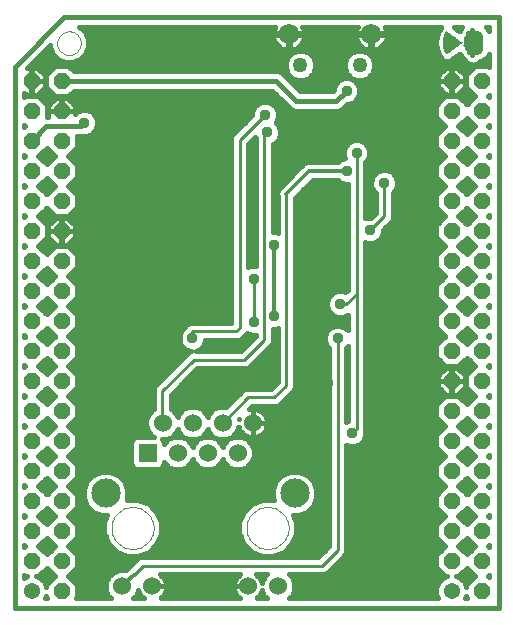
<source format=gbl>
G75*
%MOIN*%
%OFA0B0*%
%FSLAX24Y24*%
%IPPOS*%
%LPD*%
%AMOC8*
5,1,8,0,0,1.08239X$1,22.5*
%
%ADD10C,0.0160*%
%ADD11C,0.0000*%
%ADD12C,0.0540*%
%ADD13OC8,0.0540*%
%ADD14R,0.0004X0.0421*%
%ADD15R,0.0004X0.0465*%
%ADD16R,0.0004X0.0492*%
%ADD17R,0.0004X0.0516*%
%ADD18R,0.0004X0.0531*%
%ADD19R,0.0004X0.0547*%
%ADD20R,0.0004X0.0563*%
%ADD21R,0.0004X0.0575*%
%ADD22R,0.0004X0.0587*%
%ADD23R,0.0004X0.0598*%
%ADD24R,0.0004X0.0610*%
%ADD25R,0.0004X0.0618*%
%ADD26R,0.0004X0.0626*%
%ADD27R,0.0004X0.0638*%
%ADD28R,0.0004X0.0646*%
%ADD29R,0.0004X0.0650*%
%ADD30R,0.0004X0.0657*%
%ADD31R,0.0004X0.0665*%
%ADD32R,0.0004X0.0673*%
%ADD33R,0.0004X0.0677*%
%ADD34R,0.0004X0.0685*%
%ADD35R,0.0004X0.0689*%
%ADD36R,0.0004X0.0693*%
%ADD37R,0.0004X0.0701*%
%ADD38R,0.0004X0.0705*%
%ADD39R,0.0004X0.0709*%
%ADD40R,0.0004X0.0717*%
%ADD41R,0.0004X0.0720*%
%ADD42R,0.0004X0.0724*%
%ADD43R,0.0004X0.0728*%
%ADD44R,0.0004X0.0732*%
%ADD45R,0.0004X0.0736*%
%ADD46R,0.0004X0.0740*%
%ADD47R,0.0004X0.0744*%
%ADD48R,0.0004X0.0748*%
%ADD49R,0.0004X0.0752*%
%ADD50R,0.0004X0.0756*%
%ADD51R,0.0004X0.0760*%
%ADD52R,0.0004X0.0764*%
%ADD53R,0.0004X0.0768*%
%ADD54R,0.0004X0.0772*%
%ADD55R,0.0004X0.0776*%
%ADD56R,0.0004X0.0780*%
%ADD57R,0.0004X0.0783*%
%ADD58R,0.0004X0.0787*%
%ADD59R,0.0004X0.0791*%
%ADD60R,0.0004X0.0795*%
%ADD61R,0.0004X0.0799*%
%ADD62R,0.0004X0.0803*%
%ADD63R,0.0004X0.0807*%
%ADD64R,0.0004X0.0811*%
%ADD65R,0.0004X0.0815*%
%ADD66R,0.0004X0.0819*%
%ADD67R,0.0004X0.0823*%
%ADD68R,0.0004X0.0827*%
%ADD69R,0.0004X0.0831*%
%ADD70R,0.0004X0.0835*%
%ADD71R,0.0004X0.0839*%
%ADD72R,0.0004X0.0909*%
%ADD73R,0.0004X0.0937*%
%ADD74R,0.0004X0.0953*%
%ADD75R,0.0004X0.0961*%
%ADD76R,0.0004X0.0969*%
%ADD77R,0.0004X0.0976*%
%ADD78R,0.0004X0.0980*%
%ADD79R,0.0004X0.0984*%
%ADD80R,0.0004X0.0965*%
%ADD81R,0.0004X0.0957*%
%ADD82R,0.0004X0.0945*%
%ADD83R,0.0004X0.0921*%
%ADD84R,0.0004X0.0232*%
%ADD85R,0.0004X0.0555*%
%ADD86R,0.0004X0.0224*%
%ADD87R,0.0004X0.0543*%
%ADD88R,0.0004X0.0539*%
%ADD89R,0.0004X0.0220*%
%ADD90R,0.0004X0.0535*%
%ADD91R,0.0004X0.0528*%
%ADD92R,0.0004X0.0520*%
%ADD93R,0.0004X0.0512*%
%ADD94R,0.0004X0.0500*%
%ADD95R,0.0004X0.0488*%
%ADD96R,0.0004X0.0484*%
%ADD97R,0.0004X0.0476*%
%ADD98R,0.0004X0.0449*%
%ADD99R,0.0004X0.0370*%
%ADD100R,0.0004X0.0043*%
%ADD101R,0.0004X0.0228*%
%ADD102R,0.0004X0.0358*%
%ADD103R,0.0004X0.0350*%
%ADD104R,0.0004X0.0343*%
%ADD105R,0.0004X0.0331*%
%ADD106R,0.0004X0.0319*%
%ADD107R,0.0004X0.0311*%
%ADD108R,0.0004X0.0307*%
%ADD109R,0.0004X0.0303*%
%ADD110R,0.0004X0.0063*%
%ADD111R,0.0004X0.0130*%
%ADD112R,0.0004X0.0445*%
%ADD113R,0.0004X0.0437*%
%ADD114R,0.0004X0.0433*%
%ADD115R,0.0004X0.0362*%
%ADD116R,0.0004X0.0047*%
%ADD117R,0.0004X0.0354*%
%ADD118R,0.0004X0.0031*%
%ADD119R,0.0004X0.0346*%
%ADD120R,0.0004X0.0339*%
%ADD121R,0.0004X0.0055*%
%ADD122R,0.0004X0.0177*%
%ADD123R,0.0004X0.0035*%
%ADD124R,0.0004X0.0161*%
%ADD125R,0.0004X0.0051*%
%ADD126R,0.0004X0.0142*%
%ADD127R,0.0004X0.0118*%
%ADD128R,0.0004X0.0091*%
%ADD129R,0.0004X0.0024*%
%ADD130R,0.0004X0.0020*%
%ADD131R,0.0004X0.0008*%
%ADD132R,0.0004X0.0004*%
%ADD133R,0.0004X0.0012*%
%ADD134R,0.0004X0.0028*%
%ADD135R,0.0004X0.0059*%
%ADD136R,0.0004X0.0067*%
%ADD137R,0.0004X0.0075*%
%ADD138R,0.0004X0.0083*%
%ADD139R,0.0004X0.0098*%
%ADD140R,0.0004X0.0106*%
%ADD141R,0.0004X0.0114*%
%ADD142R,0.0004X0.0122*%
%ADD143R,0.0004X0.0138*%
%ADD144R,0.0004X0.0146*%
%ADD145R,0.0004X0.0154*%
%ADD146R,0.0004X0.0165*%
%ADD147R,0.0004X0.0169*%
%ADD148R,0.0004X0.0185*%
%ADD149R,0.0004X0.0189*%
%ADD150R,0.0004X0.0193*%
%ADD151R,0.0004X0.0201*%
%ADD152R,0.0004X0.0209*%
%ADD153R,0.0004X0.0213*%
%ADD154R,0.0004X0.0217*%
%ADD155R,0.0004X0.0236*%
%ADD156R,0.0004X0.0240*%
%ADD157R,0.0004X0.0248*%
%ADD158R,0.0004X0.0256*%
%ADD159R,0.0004X0.0264*%
%ADD160R,0.0004X0.0272*%
%ADD161R,0.0004X0.0280*%
%ADD162R,0.0004X0.0287*%
%ADD163R,0.0004X0.0295*%
%ADD164R,0.0004X0.0299*%
%ADD165R,0.0004X0.0126*%
%ADD166R,0.0004X0.0157*%
%ADD167R,0.0004X0.0134*%
%ADD168R,0.0004X0.0173*%
%ADD169R,0.0004X0.0366*%
%ADD170R,0.0004X0.0374*%
%ADD171R,0.0004X0.0382*%
%ADD172R,0.0004X0.0390*%
%ADD173R,0.0004X0.0394*%
%ADD174R,0.0004X0.0398*%
%ADD175R,0.0004X0.0406*%
%ADD176R,0.0004X0.0409*%
%ADD177R,0.0004X0.0417*%
%ADD178R,0.0004X0.0429*%
%ADD179R,0.0004X0.0441*%
%ADD180R,0.0004X0.0453*%
%ADD181R,0.0004X0.0457*%
%ADD182R,0.0004X0.0469*%
%ADD183R,0.0004X0.0480*%
%ADD184R,0.0004X0.0504*%
%ADD185R,0.0004X0.0508*%
%ADD186R,0.0004X0.0551*%
%ADD187R,0.0004X0.0567*%
%ADD188R,0.0004X0.0579*%
%ADD189R,0.0004X0.0413*%
%ADD190R,0.0004X0.0425*%
%ADD191R,0.0004X0.0181*%
%ADD192R,0.0004X0.0634*%
%ADD193R,0.0004X0.0654*%
%ADD194R,0.0004X0.0661*%
%ADD195R,0.0004X0.0669*%
%ADD196R,0.0004X0.0697*%
%ADD197R,0.0004X0.0244*%
%ADD198R,0.0004X0.0252*%
%ADD199R,0.0004X0.0461*%
%ADD200R,0.0004X0.0094*%
%ADD201R,0.0004X0.0622*%
%ADD202R,0.0004X0.0102*%
%ADD203R,0.0004X0.0630*%
%ADD204R,0.0004X0.0614*%
%ADD205R,0.0004X0.0583*%
%ADD206R,0.0004X0.0327*%
%ADD207C,0.0600*%
%ADD208C,0.0975*%
%ADD209R,0.0600X0.0600*%
%ADD210C,0.0679*%
%ADD211C,0.0502*%
%ADD212C,0.0376*%
%ADD213C,0.0100*%
%ADD214C,0.0120*%
D10*
X000259Y001718D02*
X016401Y001718D01*
X016401Y021403D01*
X001913Y021403D01*
X000259Y019749D01*
X000259Y001718D01*
X000579Y002721D02*
X000680Y002763D01*
X000619Y002763D01*
X000579Y002802D01*
X000579Y002721D01*
X000980Y002763D02*
X001041Y002763D01*
X001330Y003051D01*
X001609Y002773D01*
X001320Y002484D01*
X001320Y002422D01*
X001262Y002562D01*
X001119Y002705D01*
X000980Y002763D01*
X001106Y002827D02*
X001554Y002827D01*
X001505Y002669D02*
X001155Y002669D01*
X001284Y002510D02*
X001346Y002510D01*
X001320Y002123D02*
X001320Y002061D01*
X001344Y002038D01*
X001285Y002038D01*
X001320Y002123D01*
X001264Y002986D02*
X001396Y002986D01*
X001330Y003494D02*
X001609Y003773D01*
X001330Y004051D01*
X001051Y003773D01*
X001330Y003494D01*
X001204Y003620D02*
X001456Y003620D01*
X001603Y003778D02*
X001057Y003778D01*
X001215Y003937D02*
X001445Y003937D01*
X001330Y004494D02*
X001609Y004773D01*
X001330Y005051D01*
X001051Y004773D01*
X001330Y004494D01*
X001253Y004571D02*
X001407Y004571D01*
X001565Y004729D02*
X001095Y004729D01*
X001166Y004888D02*
X001494Y004888D01*
X001335Y005046D02*
X001325Y005046D01*
X001330Y005494D02*
X001609Y005773D01*
X001330Y006051D01*
X001051Y005773D01*
X001330Y005494D01*
X001302Y005522D02*
X001358Y005522D01*
X001516Y005680D02*
X001144Y005680D01*
X001117Y005839D02*
X001543Y005839D01*
X001384Y005997D02*
X001276Y005997D01*
X001330Y006494D02*
X001609Y006773D01*
X001330Y007051D01*
X001051Y006773D01*
X001330Y006494D01*
X001193Y006631D02*
X001467Y006631D01*
X001592Y006790D02*
X001068Y006790D01*
X001227Y006948D02*
X001433Y006948D01*
X001330Y007494D02*
X001609Y007773D01*
X001330Y008051D01*
X001051Y007773D01*
X001330Y007494D01*
X001242Y007582D02*
X001418Y007582D01*
X001577Y007741D02*
X001083Y007741D01*
X001178Y007899D02*
X001482Y007899D01*
X001330Y008494D02*
X001609Y008773D01*
X001330Y009051D01*
X001051Y008773D01*
X001330Y008494D01*
X001291Y008533D02*
X001369Y008533D01*
X001528Y008692D02*
X001132Y008692D01*
X001129Y008850D02*
X001531Y008850D01*
X001373Y009009D02*
X001287Y009009D01*
X001330Y009494D02*
X001609Y009773D01*
X001330Y010051D01*
X001051Y009773D01*
X001330Y009494D01*
X001181Y009643D02*
X001479Y009643D01*
X001580Y009801D02*
X001080Y009801D01*
X001238Y009960D02*
X001422Y009960D01*
X001330Y010494D02*
X001609Y010773D01*
X001330Y011051D01*
X001051Y010773D01*
X001330Y010494D01*
X001230Y010594D02*
X001430Y010594D01*
X001588Y010752D02*
X001072Y010752D01*
X001189Y010911D02*
X001471Y010911D01*
X001330Y011494D02*
X001609Y011773D01*
X001330Y012051D01*
X001051Y011773D01*
X001330Y011494D01*
X001279Y011545D02*
X001381Y011545D01*
X001539Y011703D02*
X001121Y011703D01*
X001140Y011862D02*
X001520Y011862D01*
X001361Y012020D02*
X001299Y012020D01*
X001330Y012494D02*
X001609Y012773D01*
X001330Y013051D01*
X001051Y012773D01*
X001330Y012494D01*
X001328Y012496D02*
X001332Y012496D01*
X001490Y012654D02*
X001170Y012654D01*
X001091Y012813D02*
X001569Y012813D01*
X001410Y012971D02*
X001250Y012971D01*
X001330Y013494D02*
X001051Y013773D01*
X001340Y014061D01*
X001340Y014484D01*
X001051Y014773D01*
X001330Y015051D01*
X001619Y014763D01*
X002041Y014763D01*
X002340Y015061D01*
X002340Y015484D01*
X002051Y015773D01*
X002340Y016061D01*
X002340Y016484D01*
X002051Y016773D01*
X002340Y017061D01*
X002340Y017441D01*
X002528Y017441D01*
X002552Y017451D01*
X002667Y017451D01*
X002824Y017516D01*
X002945Y017636D01*
X003010Y017794D01*
X003010Y017964D01*
X002945Y018121D01*
X002824Y018242D01*
X002667Y018307D01*
X002497Y018307D01*
X002339Y018242D01*
X002280Y018182D01*
X002280Y018263D01*
X001840Y018263D01*
X001840Y018283D01*
X001820Y018283D01*
X001820Y018723D01*
X001644Y018723D01*
X001380Y018459D01*
X001380Y018283D01*
X001820Y018283D01*
X001820Y018263D01*
X001380Y018263D01*
X001380Y018086D01*
X001385Y018081D01*
X001340Y018081D01*
X001340Y018484D01*
X001041Y018783D01*
X000619Y018783D01*
X000579Y018743D01*
X000579Y018887D01*
X000644Y018823D01*
X000820Y018823D01*
X000820Y019263D01*
X000840Y019263D01*
X000840Y019283D01*
X000820Y019283D01*
X000820Y019723D01*
X000685Y019723D01*
X001436Y020474D01*
X001436Y020410D01*
X001533Y020177D01*
X001711Y019999D01*
X001944Y019903D01*
X002196Y019903D01*
X002429Y019999D01*
X002607Y020177D01*
X002704Y020410D01*
X002704Y020662D01*
X002607Y020895D01*
X002429Y021074D01*
X002408Y021083D01*
X008938Y021083D01*
X008911Y021031D01*
X008886Y020953D01*
X008873Y020873D01*
X008873Y020865D01*
X009360Y020865D01*
X009360Y020799D01*
X008873Y020799D01*
X008873Y020791D01*
X008886Y020710D01*
X008911Y020632D01*
X008949Y020559D01*
X008997Y020493D01*
X009055Y020435D01*
X009121Y020387D01*
X009194Y020350D01*
X009271Y020325D01*
X009352Y020312D01*
X009360Y020312D01*
X009360Y020798D01*
X009426Y020798D01*
X009426Y020312D01*
X009434Y020312D01*
X009515Y020325D01*
X009592Y020350D01*
X009665Y020387D01*
X009731Y020435D01*
X009789Y020493D01*
X009837Y020559D01*
X009874Y020632D01*
X009900Y020710D01*
X009913Y020791D01*
X009913Y020799D01*
X009426Y020799D01*
X009426Y020865D01*
X009913Y020865D01*
X009913Y020873D01*
X009900Y020953D01*
X009874Y021031D01*
X009848Y021083D01*
X011694Y021083D01*
X011667Y021031D01*
X011642Y020953D01*
X011629Y020873D01*
X011629Y020865D01*
X012116Y020865D01*
X012116Y020799D01*
X011629Y020799D01*
X011629Y020791D01*
X011642Y020710D01*
X011667Y020632D01*
X011705Y020559D01*
X011753Y020493D01*
X011810Y020435D01*
X011877Y020387D01*
X011949Y020350D01*
X012027Y020325D01*
X012108Y020312D01*
X012116Y020312D01*
X012116Y020798D01*
X012182Y020798D01*
X012182Y020312D01*
X012190Y020312D01*
X012271Y020325D01*
X012348Y020350D01*
X012421Y020387D01*
X012487Y020435D01*
X012545Y020493D01*
X012593Y020559D01*
X012630Y020632D01*
X012656Y020710D01*
X012668Y020791D01*
X012668Y020799D01*
X012182Y020799D01*
X012182Y020865D01*
X012668Y020865D01*
X012668Y020873D01*
X012656Y020953D01*
X012630Y021031D01*
X012604Y021083D01*
X014482Y021083D01*
X014463Y021064D01*
X014460Y021057D01*
X014459Y021056D01*
X014456Y021050D01*
X014455Y021048D01*
X014452Y021042D01*
X014447Y021037D01*
X014445Y021030D01*
X014443Y021029D01*
X014441Y021022D01*
X014440Y021021D01*
X014437Y021014D01*
X014436Y021013D01*
X014433Y021006D01*
X014432Y021005D01*
X014429Y020998D01*
X014428Y020997D01*
X014425Y020990D01*
X014424Y020989D01*
X014421Y020983D01*
X014420Y020981D01*
X014417Y020975D01*
X014416Y020974D01*
X014413Y020967D01*
X014412Y020966D01*
X014409Y020959D01*
X014408Y020958D01*
X014405Y020951D01*
X014404Y020950D01*
X014368Y020862D01*
X014368Y020861D01*
X014360Y020842D01*
X014360Y020840D01*
X014356Y020830D01*
X014356Y020828D01*
X014352Y020818D01*
X014352Y020816D01*
X014348Y020807D01*
X014348Y020804D01*
X014344Y020795D01*
X014344Y020792D01*
X014340Y020783D01*
X014340Y020777D01*
X014336Y020767D01*
X014336Y020761D01*
X014332Y020751D01*
X014332Y020745D01*
X014328Y020736D01*
X014328Y020726D01*
X014324Y020716D01*
X014324Y020702D01*
X014320Y020692D01*
X014320Y020666D01*
X014316Y020657D01*
X014316Y020455D01*
X014320Y020446D01*
X014320Y020420D01*
X014324Y020410D01*
X014324Y020396D01*
X014328Y020387D01*
X014328Y020376D01*
X014332Y020367D01*
X014332Y020361D01*
X014336Y020351D01*
X014336Y020345D01*
X014340Y020335D01*
X014340Y020329D01*
X014344Y020320D01*
X014344Y020317D01*
X014348Y020308D01*
X014348Y020306D01*
X014352Y020296D01*
X014352Y020294D01*
X014356Y020284D01*
X014356Y020282D01*
X014360Y020272D01*
X014360Y020270D01*
X014368Y020251D01*
X014368Y020250D01*
X014404Y020162D01*
X014405Y020162D01*
X014416Y020135D01*
X014417Y020134D01*
X014420Y020127D01*
X014421Y020126D01*
X014424Y020119D01*
X014425Y020118D01*
X014428Y020111D01*
X014429Y020110D01*
X014432Y020103D01*
X014433Y020102D01*
X014436Y020095D01*
X014437Y020094D01*
X014440Y020087D01*
X014445Y020082D01*
X014447Y020076D01*
X014449Y020075D01*
X014451Y020068D01*
X014452Y020067D01*
X014455Y020060D01*
X014456Y020059D01*
X014459Y020052D01*
X014464Y020047D01*
X014467Y020040D01*
X014535Y019973D01*
X014623Y019936D01*
X014730Y019936D01*
X014818Y019973D01*
X014823Y019978D01*
X014830Y019981D01*
X014839Y019990D01*
X014846Y019992D01*
X014855Y020001D01*
X014862Y020004D01*
X014871Y020013D01*
X014877Y020016D01*
X014886Y020025D01*
X014893Y020028D01*
X014902Y020037D01*
X014909Y020040D01*
X014918Y020049D01*
X014925Y020051D01*
X014934Y020060D01*
X014940Y020063D01*
X014944Y020067D01*
X014949Y020072D01*
X014956Y020075D01*
X014965Y020084D01*
X014972Y020087D01*
X014981Y020096D01*
X014988Y020099D01*
X014993Y020104D01*
X014999Y020107D01*
X015008Y020116D01*
X015015Y020118D01*
X015024Y020127D01*
X015031Y020130D01*
X015040Y020139D01*
X015047Y020142D01*
X015056Y020151D01*
X015062Y020154D01*
X015071Y020163D01*
X015078Y020166D01*
X015086Y020174D01*
X015087Y020175D01*
X015094Y020177D01*
X015103Y020186D01*
X015104Y020187D01*
X015116Y020175D01*
X015120Y020166D01*
X015120Y020164D01*
X015156Y020076D01*
X015157Y020075D01*
X015160Y020068D01*
X015161Y020067D01*
X015164Y020060D01*
X015231Y019992D01*
X015235Y019988D01*
X015239Y019985D01*
X015243Y019981D01*
X015247Y019977D01*
X015251Y019973D01*
X015251Y019973D01*
X015255Y019969D01*
X015262Y019966D01*
X015267Y019961D01*
X015274Y019958D01*
X015275Y019957D01*
X015278Y019956D01*
X015282Y019946D01*
X015350Y019878D01*
X015353Y019874D01*
X015357Y019870D01*
X015361Y019866D01*
X015365Y019862D01*
X015454Y019826D01*
X015456Y019826D01*
X015465Y019822D01*
X015612Y019822D01*
X015621Y019826D01*
X015624Y019826D01*
X015712Y019862D01*
X015780Y019930D01*
X015783Y019934D01*
X015787Y019938D01*
X015788Y019938D01*
X015792Y019940D01*
X015793Y019940D01*
X015881Y019977D01*
X015882Y019978D01*
X015889Y019981D01*
X015890Y019982D01*
X015897Y019985D01*
X015898Y019986D01*
X015905Y019988D01*
X015906Y019990D01*
X015913Y019992D01*
X015918Y019997D01*
X015925Y020000D01*
X015930Y020005D01*
X015936Y020008D01*
X015942Y020013D01*
X015948Y020016D01*
X015980Y020048D01*
X016047Y020115D01*
X016050Y020122D01*
X016051Y020123D01*
X016055Y020127D01*
X016058Y020134D01*
X016059Y020135D01*
X016063Y020139D01*
X016066Y020145D01*
X016067Y020147D01*
X016070Y020153D01*
X016071Y020154D01*
X016074Y020161D01*
X016075Y020162D01*
X016081Y020177D01*
X016081Y019743D01*
X016041Y019783D01*
X015619Y019783D01*
X015320Y019484D01*
X015320Y019061D01*
X015609Y018773D01*
X015330Y018494D01*
X015041Y018783D01*
X014619Y018783D01*
X014320Y018484D01*
X014320Y018061D01*
X014609Y017773D01*
X014320Y017484D01*
X014320Y017061D01*
X014609Y016773D01*
X014320Y016484D01*
X014320Y016061D01*
X014609Y015773D01*
X014320Y015484D01*
X014320Y015061D01*
X014609Y014773D01*
X014320Y014484D01*
X014320Y014061D01*
X014609Y013773D01*
X014320Y013484D01*
X014320Y013061D01*
X014609Y012773D01*
X014320Y012484D01*
X014320Y012061D01*
X014609Y011773D01*
X014320Y011484D01*
X014320Y011061D01*
X014609Y010773D01*
X014320Y010484D01*
X014320Y010061D01*
X014619Y009763D01*
X015041Y009763D01*
X015330Y010051D01*
X015609Y009773D01*
X015320Y009484D01*
X015320Y009061D01*
X015609Y008773D01*
X015330Y008494D01*
X015041Y008783D01*
X014619Y008783D01*
X014320Y008484D01*
X014320Y008061D01*
X014609Y007773D01*
X014320Y007484D01*
X014320Y007061D01*
X014609Y006773D01*
X014320Y006484D01*
X014320Y006061D01*
X014609Y005773D01*
X014320Y005484D01*
X014320Y005061D01*
X014609Y004773D01*
X014320Y004484D01*
X014320Y004061D01*
X014609Y003773D01*
X014320Y003484D01*
X014320Y003061D01*
X014619Y002763D01*
X014680Y002763D01*
X014541Y002705D01*
X014398Y002562D01*
X014320Y002374D01*
X014320Y002171D01*
X014375Y002038D01*
X009416Y002038D01*
X009498Y002119D01*
X009580Y002318D01*
X009580Y002532D01*
X009498Y002731D01*
X009404Y002825D01*
X010553Y002825D01*
X010660Y002869D01*
X010741Y002951D01*
X011273Y003482D01*
X011317Y003589D01*
X011317Y007145D01*
X011434Y007096D01*
X011604Y007096D01*
X011761Y007162D01*
X011882Y007282D01*
X011947Y007439D01*
X011947Y007610D01*
X011947Y007611D01*
X011947Y013900D01*
X012024Y013868D01*
X012195Y013868D01*
X012352Y013933D01*
X012472Y014054D01*
X012538Y014211D01*
X012538Y014314D01*
X012828Y014604D01*
X012872Y014711D01*
X012872Y015556D01*
X012945Y015629D01*
X013010Y015786D01*
X013010Y015956D01*
X012945Y016114D01*
X012824Y016234D01*
X012667Y016299D01*
X012497Y016299D01*
X012339Y016234D01*
X012219Y016114D01*
X012154Y015956D01*
X012154Y015786D01*
X012219Y015629D01*
X012292Y015556D01*
X012292Y014889D01*
X012128Y014724D01*
X012024Y014724D01*
X011947Y014692D01*
X011947Y016560D01*
X012020Y016632D01*
X012085Y016790D01*
X012085Y016960D01*
X012020Y017118D01*
X011899Y017238D01*
X011742Y017303D01*
X011572Y017303D01*
X011414Y017238D01*
X011294Y017118D01*
X011229Y016960D01*
X011229Y016790D01*
X011261Y016713D01*
X011257Y016713D01*
X011099Y016647D01*
X011036Y016584D01*
X010022Y016584D01*
X009912Y016539D01*
X009060Y015687D01*
X009014Y015576D01*
X009014Y015457D01*
X009024Y015433D01*
X009024Y014216D01*
X008986Y014232D01*
X008876Y014232D01*
X008876Y017180D01*
X008927Y017201D01*
X009047Y017321D01*
X009112Y017479D01*
X009112Y017649D01*
X009047Y017806D01*
X008955Y017899D01*
X008969Y017912D01*
X009034Y018069D01*
X009034Y018240D01*
X008969Y018397D01*
X008848Y018517D01*
X008691Y018583D01*
X008520Y018583D01*
X008363Y018517D01*
X008243Y018397D01*
X008177Y018240D01*
X008177Y018137D01*
X007513Y017472D01*
X007469Y017366D01*
X007469Y011220D01*
X006127Y011220D01*
X006020Y011176D01*
X005938Y011094D01*
X005910Y011025D01*
X005821Y010936D01*
X005756Y010779D01*
X005756Y010609D01*
X005821Y010451D01*
X005942Y010331D01*
X006099Y010266D01*
X006143Y010266D01*
X006059Y010231D01*
X005016Y009188D01*
X004935Y009106D01*
X004890Y009000D01*
X004890Y008335D01*
X004884Y008333D01*
X004732Y008181D01*
X004650Y007982D01*
X004650Y007768D01*
X004732Y007569D01*
X004884Y007417D01*
X004890Y007415D01*
X004342Y007415D01*
X004254Y007378D01*
X004187Y007311D01*
X004150Y007223D01*
X004150Y006527D01*
X004187Y006439D01*
X004254Y006372D01*
X004342Y006335D01*
X005038Y006335D01*
X005126Y006372D01*
X005194Y006439D01*
X005230Y006527D01*
X005230Y006574D01*
X005232Y006569D01*
X005384Y006417D01*
X005583Y006335D01*
X005798Y006335D01*
X005996Y006417D01*
X006148Y006569D01*
X006190Y006671D01*
X006232Y006569D01*
X006384Y006417D01*
X006583Y006335D01*
X006798Y006335D01*
X006996Y006417D01*
X007148Y006569D01*
X007190Y006671D01*
X007232Y006569D01*
X007384Y006417D01*
X007583Y006335D01*
X007798Y006335D01*
X007996Y006417D01*
X008148Y006569D01*
X008230Y006768D01*
X008230Y006982D01*
X008148Y007181D01*
X007996Y007333D01*
X007798Y007415D01*
X007583Y007415D01*
X007384Y007333D01*
X007232Y007181D01*
X007190Y007079D01*
X007148Y007181D01*
X006996Y007333D01*
X006798Y007415D01*
X006583Y007415D01*
X006384Y007333D01*
X006232Y007181D01*
X006190Y007079D01*
X006148Y007181D01*
X005996Y007333D01*
X005798Y007415D01*
X005583Y007415D01*
X005384Y007333D01*
X005232Y007181D01*
X005230Y007176D01*
X005230Y007223D01*
X005194Y007311D01*
X005170Y007335D01*
X005298Y007335D01*
X005496Y007417D01*
X005648Y007569D01*
X005690Y007671D01*
X005732Y007569D01*
X005884Y007417D01*
X006083Y007335D01*
X006298Y007335D01*
X006496Y007417D01*
X006648Y007569D01*
X006690Y007671D01*
X006732Y007569D01*
X006884Y007417D01*
X007083Y007335D01*
X007298Y007335D01*
X007496Y007417D01*
X007648Y007569D01*
X007725Y007754D01*
X007745Y007691D01*
X007780Y007623D01*
X007824Y007562D01*
X007878Y007509D01*
X007939Y007464D01*
X008006Y007430D01*
X008078Y007407D01*
X008152Y007395D01*
X008190Y007395D01*
X008190Y007875D01*
X008190Y008355D01*
X008152Y008355D01*
X008078Y008343D01*
X008064Y008339D01*
X008161Y008435D01*
X008978Y008435D01*
X009085Y008480D01*
X009479Y008873D01*
X009560Y008955D01*
X009604Y009061D01*
X009604Y015382D01*
X010206Y015984D01*
X011036Y015984D01*
X011099Y015922D01*
X011257Y015856D01*
X011367Y015856D01*
X011367Y012310D01*
X011282Y012226D01*
X011191Y012264D01*
X011020Y012264D01*
X010863Y012199D01*
X010743Y012078D01*
X010677Y011921D01*
X010677Y011750D01*
X010743Y011593D01*
X010863Y011473D01*
X011020Y011408D01*
X011191Y011408D01*
X011348Y011473D01*
X011367Y011491D01*
X011367Y010959D01*
X011269Y011057D01*
X011112Y011122D01*
X010942Y011122D01*
X010784Y011057D01*
X010664Y010936D01*
X010599Y010779D01*
X010599Y010609D01*
X010664Y010451D01*
X010737Y010378D01*
X010737Y003767D01*
X010375Y003405D01*
X004473Y003405D01*
X004366Y003361D01*
X004080Y003075D01*
X004056Y003065D01*
X003954Y002963D01*
X003948Y002965D01*
X003733Y002965D01*
X003534Y002883D01*
X003382Y002731D01*
X003300Y002532D01*
X003300Y002318D01*
X003382Y002119D01*
X003464Y002038D01*
X002316Y002038D01*
X002340Y002061D01*
X002340Y002484D01*
X002051Y002773D01*
X002340Y003061D01*
X002340Y003484D01*
X002051Y003773D01*
X002340Y004061D01*
X002340Y004484D01*
X002051Y004773D01*
X002340Y005061D01*
X002340Y005484D01*
X002051Y005773D01*
X002340Y006061D01*
X002340Y006484D01*
X002051Y006773D01*
X002340Y007061D01*
X002340Y007484D01*
X002051Y007773D01*
X002340Y008061D01*
X002340Y008484D01*
X002051Y008773D01*
X002340Y009061D01*
X002340Y009484D01*
X002051Y009773D01*
X002340Y010061D01*
X002340Y010484D01*
X002051Y010773D01*
X002340Y011061D01*
X002340Y011484D01*
X002051Y011773D01*
X002340Y012061D01*
X002340Y012484D01*
X002051Y012773D01*
X002340Y013061D01*
X002340Y013484D01*
X002041Y013783D01*
X001619Y013783D01*
X001330Y013494D01*
X001219Y013605D02*
X001441Y013605D01*
X001600Y013764D02*
X001060Y013764D01*
X001201Y013922D02*
X001544Y013922D01*
X001644Y013823D02*
X001380Y014086D01*
X001380Y014263D01*
X001820Y014263D01*
X001820Y014283D01*
X001820Y014723D01*
X001644Y014723D01*
X001380Y014459D01*
X001380Y014283D01*
X001820Y014283D01*
X001840Y014283D01*
X001840Y014723D01*
X002016Y014723D01*
X002280Y014459D01*
X002280Y014283D01*
X001840Y014283D01*
X001840Y014263D01*
X002280Y014263D01*
X002280Y014086D01*
X002016Y013823D01*
X001840Y013823D01*
X001840Y014263D01*
X001820Y014263D01*
X001820Y013823D01*
X001644Y013823D01*
X001820Y013922D02*
X001840Y013922D01*
X001840Y014081D02*
X001820Y014081D01*
X001820Y014239D02*
X001840Y014239D01*
X001840Y014398D02*
X001820Y014398D01*
X001820Y014556D02*
X001840Y014556D01*
X001840Y014715D02*
X001820Y014715D01*
X001636Y014715D02*
X001109Y014715D01*
X001152Y014873D02*
X001508Y014873D01*
X001350Y015032D02*
X001310Y015032D01*
X001330Y015494D02*
X001609Y015773D01*
X001330Y016051D01*
X001051Y015773D01*
X001330Y015494D01*
X001317Y015507D02*
X001343Y015507D01*
X001502Y015666D02*
X001158Y015666D01*
X001103Y015824D02*
X001557Y015824D01*
X001399Y015983D02*
X001261Y015983D01*
X001330Y016494D02*
X001609Y016773D01*
X001330Y017051D01*
X001051Y016773D01*
X001330Y016494D01*
X001207Y016617D02*
X001453Y016617D01*
X001606Y016775D02*
X001054Y016775D01*
X001212Y016934D02*
X001448Y016934D01*
X002054Y016775D02*
X007469Y016775D01*
X007469Y016617D02*
X002207Y016617D01*
X002340Y016458D02*
X007469Y016458D01*
X007469Y016300D02*
X002340Y016300D01*
X002340Y016141D02*
X007469Y016141D01*
X007469Y015983D02*
X002261Y015983D01*
X002103Y015824D02*
X007469Y015824D01*
X007469Y015666D02*
X002158Y015666D01*
X002317Y015507D02*
X007469Y015507D01*
X007469Y015349D02*
X002340Y015349D01*
X002340Y015190D02*
X007469Y015190D01*
X007469Y015032D02*
X002310Y015032D01*
X002152Y014873D02*
X007469Y014873D01*
X007469Y014715D02*
X002024Y014715D01*
X002183Y014556D02*
X007469Y014556D01*
X007469Y014398D02*
X002280Y014398D01*
X002280Y014239D02*
X007469Y014239D01*
X007469Y014081D02*
X002274Y014081D01*
X002116Y013922D02*
X007469Y013922D01*
X007469Y013764D02*
X002060Y013764D01*
X002219Y013605D02*
X007469Y013605D01*
X007469Y013447D02*
X002340Y013447D01*
X002340Y013288D02*
X007469Y013288D01*
X007469Y013130D02*
X002340Y013130D01*
X002250Y012971D02*
X007469Y012971D01*
X007469Y012813D02*
X002091Y012813D01*
X002170Y012654D02*
X007469Y012654D01*
X007469Y012496D02*
X002328Y012496D01*
X002340Y012337D02*
X007469Y012337D01*
X007469Y012179D02*
X002340Y012179D01*
X002299Y012020D02*
X007469Y012020D01*
X007469Y011862D02*
X002140Y011862D01*
X002121Y011703D02*
X007469Y011703D01*
X007469Y011545D02*
X002279Y011545D01*
X002340Y011386D02*
X007469Y011386D01*
X007469Y011228D02*
X002340Y011228D01*
X002340Y011069D02*
X005928Y011069D01*
X005811Y010911D02*
X002189Y010911D01*
X002072Y010752D02*
X005756Y010752D01*
X005763Y010594D02*
X002230Y010594D01*
X002340Y010435D02*
X005838Y010435D01*
X006073Y010277D02*
X002340Y010277D01*
X002340Y010118D02*
X005946Y010118D01*
X005788Y009960D02*
X002238Y009960D01*
X002080Y009801D02*
X005629Y009801D01*
X005471Y009643D02*
X002181Y009643D01*
X002340Y009484D02*
X005312Y009484D01*
X005154Y009326D02*
X002340Y009326D01*
X002340Y009167D02*
X004995Y009167D01*
X004894Y009009D02*
X002287Y009009D01*
X002129Y008850D02*
X004890Y008850D01*
X004890Y008692D02*
X002132Y008692D01*
X002291Y008533D02*
X004890Y008533D01*
X004890Y008375D02*
X002340Y008375D01*
X002340Y008216D02*
X004768Y008216D01*
X004681Y008058D02*
X002336Y008058D01*
X002178Y007899D02*
X004650Y007899D01*
X004661Y007741D02*
X002083Y007741D01*
X002242Y007582D02*
X004727Y007582D01*
X004878Y007424D02*
X002340Y007424D01*
X002340Y007265D02*
X004168Y007265D01*
X004150Y007107D02*
X002340Y007107D01*
X002227Y006948D02*
X004150Y006948D01*
X004150Y006790D02*
X002068Y006790D01*
X002193Y006631D02*
X004150Y006631D01*
X004173Y006473D02*
X002340Y006473D01*
X002340Y006314D02*
X010737Y006314D01*
X010737Y006156D02*
X009969Y006156D01*
X010002Y006142D02*
X009735Y006252D01*
X009446Y006252D01*
X009178Y006142D01*
X008973Y005937D01*
X008863Y005670D01*
X008863Y005380D01*
X008892Y005309D01*
X008877Y005315D01*
X008503Y005315D01*
X008158Y005172D01*
X007893Y004907D01*
X007750Y004562D01*
X007750Y004188D01*
X007893Y003843D01*
X008158Y003578D01*
X008503Y003435D01*
X008877Y003435D01*
X009223Y003578D01*
X009487Y003843D01*
X009630Y004188D01*
X009630Y004562D01*
X009533Y004798D01*
X009735Y004798D01*
X010002Y004908D01*
X010207Y005113D01*
X010318Y005380D01*
X010318Y005670D01*
X010207Y005937D01*
X010002Y006142D01*
X010147Y005997D02*
X010737Y005997D01*
X010737Y005839D02*
X010248Y005839D01*
X010313Y005680D02*
X010737Y005680D01*
X010737Y005522D02*
X010318Y005522D01*
X010311Y005363D02*
X010737Y005363D01*
X010737Y005205D02*
X010245Y005205D01*
X010140Y005046D02*
X010737Y005046D01*
X010737Y004888D02*
X009952Y004888D01*
X009561Y004729D02*
X010737Y004729D01*
X010737Y004571D02*
X009627Y004571D01*
X009630Y004412D02*
X010737Y004412D01*
X010737Y004254D02*
X009630Y004254D01*
X009592Y004095D02*
X010737Y004095D01*
X010737Y003937D02*
X009526Y003937D01*
X009423Y003778D02*
X010737Y003778D01*
X010590Y003620D02*
X009264Y003620D01*
X008940Y003461D02*
X010431Y003461D01*
X010776Y002986D02*
X014396Y002986D01*
X014320Y003144D02*
X010934Y003144D01*
X011093Y003303D02*
X014320Y003303D01*
X014320Y003461D02*
X011251Y003461D01*
X011317Y003620D02*
X014456Y003620D01*
X014603Y003778D02*
X011317Y003778D01*
X011317Y003937D02*
X014445Y003937D01*
X014320Y004095D02*
X011317Y004095D01*
X011317Y004254D02*
X014320Y004254D01*
X014320Y004412D02*
X011317Y004412D01*
X011317Y004571D02*
X014407Y004571D01*
X014565Y004729D02*
X011317Y004729D01*
X011317Y004888D02*
X014494Y004888D01*
X014335Y005046D02*
X011317Y005046D01*
X011317Y005205D02*
X014320Y005205D01*
X014320Y005363D02*
X011317Y005363D01*
X011317Y005522D02*
X014358Y005522D01*
X014516Y005680D02*
X011317Y005680D01*
X011317Y005839D02*
X014543Y005839D01*
X014384Y005997D02*
X011317Y005997D01*
X011317Y006156D02*
X014320Y006156D01*
X014320Y006314D02*
X011317Y006314D01*
X011317Y006473D02*
X014320Y006473D01*
X014467Y006631D02*
X011317Y006631D01*
X011317Y006790D02*
X014592Y006790D01*
X014433Y006948D02*
X011317Y006948D01*
X011317Y007107D02*
X011410Y007107D01*
X011628Y007107D02*
X014320Y007107D01*
X014320Y007265D02*
X011865Y007265D01*
X011940Y007424D02*
X014320Y007424D01*
X014418Y007582D02*
X011947Y007582D01*
X011947Y007741D02*
X014577Y007741D01*
X014482Y007899D02*
X011947Y007899D01*
X011947Y008058D02*
X014324Y008058D01*
X014320Y008216D02*
X011947Y008216D01*
X011947Y008375D02*
X014320Y008375D01*
X014369Y008533D02*
X011947Y008533D01*
X011947Y008692D02*
X014528Y008692D01*
X014644Y008823D02*
X014380Y009086D01*
X014380Y009263D01*
X014820Y009263D01*
X014820Y009283D01*
X014820Y009723D01*
X014644Y009723D01*
X014380Y009459D01*
X014380Y009283D01*
X014820Y009283D01*
X014840Y009283D01*
X014840Y009723D01*
X015016Y009723D01*
X015280Y009459D01*
X015280Y009283D01*
X014840Y009283D01*
X014840Y009263D01*
X015280Y009263D01*
X015280Y009086D01*
X015016Y008823D01*
X014840Y008823D01*
X014840Y009263D01*
X014820Y009263D01*
X014820Y008823D01*
X014644Y008823D01*
X014616Y008850D02*
X011947Y008850D01*
X011947Y009009D02*
X014458Y009009D01*
X014380Y009167D02*
X011947Y009167D01*
X011947Y009326D02*
X014380Y009326D01*
X014405Y009484D02*
X011947Y009484D01*
X011947Y009643D02*
X014563Y009643D01*
X014580Y009801D02*
X011947Y009801D01*
X011947Y009960D02*
X014422Y009960D01*
X014320Y010118D02*
X011947Y010118D01*
X011947Y010277D02*
X014320Y010277D01*
X014320Y010435D02*
X011947Y010435D01*
X011947Y010594D02*
X014430Y010594D01*
X014588Y010752D02*
X011947Y010752D01*
X011947Y010911D02*
X014471Y010911D01*
X014320Y011069D02*
X011947Y011069D01*
X011947Y011228D02*
X014320Y011228D01*
X014320Y011386D02*
X011947Y011386D01*
X011947Y011545D02*
X014381Y011545D01*
X014539Y011703D02*
X011947Y011703D01*
X011947Y011862D02*
X014520Y011862D01*
X014361Y012020D02*
X011947Y012020D01*
X011947Y012179D02*
X014320Y012179D01*
X014320Y012337D02*
X011947Y012337D01*
X011947Y012496D02*
X014332Y012496D01*
X014490Y012654D02*
X011947Y012654D01*
X011947Y012813D02*
X014569Y012813D01*
X014410Y012971D02*
X011947Y012971D01*
X011947Y013130D02*
X014320Y013130D01*
X014320Y013288D02*
X011947Y013288D01*
X011947Y013447D02*
X014320Y013447D01*
X014441Y013605D02*
X011947Y013605D01*
X011947Y013764D02*
X014600Y013764D01*
X014459Y013922D02*
X012325Y013922D01*
X012484Y014081D02*
X014320Y014081D01*
X014320Y014239D02*
X012538Y014239D01*
X012621Y014398D02*
X014320Y014398D01*
X014392Y014556D02*
X012779Y014556D01*
X012872Y014715D02*
X014551Y014715D01*
X014508Y014873D02*
X012872Y014873D01*
X012872Y015032D02*
X014350Y015032D01*
X014320Y015190D02*
X012872Y015190D01*
X012872Y015349D02*
X014320Y015349D01*
X014343Y015507D02*
X012872Y015507D01*
X012960Y015666D02*
X014502Y015666D01*
X014557Y015824D02*
X013010Y015824D01*
X012999Y015983D02*
X014399Y015983D01*
X014320Y016141D02*
X012917Y016141D01*
X012247Y016141D02*
X011947Y016141D01*
X011947Y015983D02*
X012165Y015983D01*
X012154Y015824D02*
X011947Y015824D01*
X011947Y015666D02*
X012204Y015666D01*
X012292Y015507D02*
X011947Y015507D01*
X011947Y015349D02*
X012292Y015349D01*
X012292Y015190D02*
X011947Y015190D01*
X011947Y015032D02*
X012292Y015032D01*
X012276Y014873D02*
X011947Y014873D01*
X011947Y014715D02*
X012001Y014715D01*
X011367Y014715D02*
X009604Y014715D01*
X009604Y014873D02*
X011367Y014873D01*
X011367Y015032D02*
X009604Y015032D01*
X009604Y015190D02*
X011367Y015190D01*
X011367Y015349D02*
X009604Y015349D01*
X009729Y015507D02*
X011367Y015507D01*
X011367Y015666D02*
X009887Y015666D01*
X010046Y015824D02*
X011367Y015824D01*
X011038Y015983D02*
X010204Y015983D01*
X009831Y016458D02*
X008876Y016458D01*
X008876Y016300D02*
X009673Y016300D01*
X009514Y016141D02*
X008876Y016141D01*
X008876Y015983D02*
X009356Y015983D01*
X009197Y015824D02*
X008876Y015824D01*
X008876Y015666D02*
X009051Y015666D01*
X009014Y015507D02*
X008876Y015507D01*
X008876Y015349D02*
X009024Y015349D01*
X009024Y015190D02*
X008876Y015190D01*
X008876Y015032D02*
X009024Y015032D01*
X009024Y014873D02*
X008876Y014873D01*
X008876Y014715D02*
X009024Y014715D01*
X009024Y014556D02*
X008876Y014556D01*
X008876Y014398D02*
X009024Y014398D01*
X009024Y014239D02*
X008876Y014239D01*
X008296Y014239D02*
X008049Y014239D01*
X008049Y014081D02*
X008296Y014081D01*
X008296Y013922D02*
X008049Y013922D01*
X008049Y013764D02*
X008296Y013764D01*
X008296Y013605D02*
X008049Y013605D01*
X008049Y013447D02*
X008296Y013447D01*
X008296Y013288D02*
X008049Y013288D01*
X008049Y013130D02*
X008296Y013130D01*
X008296Y013110D02*
X008146Y013110D01*
X008049Y013070D01*
X008049Y017188D01*
X008281Y017420D01*
X008296Y017383D01*
X008296Y013110D01*
X008296Y014398D02*
X008049Y014398D01*
X008049Y014556D02*
X008296Y014556D01*
X008296Y014715D02*
X008049Y014715D01*
X008049Y014873D02*
X008296Y014873D01*
X008296Y015032D02*
X008049Y015032D01*
X008049Y015190D02*
X008296Y015190D01*
X008296Y015349D02*
X008049Y015349D01*
X008049Y015507D02*
X008296Y015507D01*
X008296Y015666D02*
X008049Y015666D01*
X008049Y015824D02*
X008296Y015824D01*
X008296Y015983D02*
X008049Y015983D01*
X008049Y016141D02*
X008296Y016141D01*
X008296Y016300D02*
X008049Y016300D01*
X008049Y016458D02*
X008296Y016458D01*
X008296Y016617D02*
X008049Y016617D01*
X008049Y016775D02*
X008296Y016775D01*
X008296Y016934D02*
X008049Y016934D01*
X008049Y017092D02*
X008296Y017092D01*
X008296Y017251D02*
X008112Y017251D01*
X008270Y017409D02*
X008285Y017409D01*
X007925Y017885D02*
X003010Y017885D01*
X002977Y018043D02*
X008084Y018043D01*
X008177Y018202D02*
X002865Y018202D01*
X002582Y017879D02*
X002464Y017761D01*
X001318Y017761D01*
X000830Y017273D01*
X000579Y017743D02*
X000609Y017773D01*
X000579Y017802D01*
X000579Y017743D01*
X000579Y016802D02*
X000609Y016773D01*
X000579Y016743D01*
X000579Y016802D01*
X000579Y016775D02*
X000606Y016775D01*
X000579Y015802D02*
X000609Y015773D01*
X000579Y015743D01*
X000579Y015802D01*
X000579Y014802D02*
X000609Y014773D01*
X000579Y014743D01*
X000579Y014802D01*
X001268Y014556D02*
X001477Y014556D01*
X001380Y014398D02*
X001340Y014398D01*
X001340Y014239D02*
X001380Y014239D01*
X001386Y014081D02*
X001340Y014081D01*
X000609Y013773D02*
X000579Y013743D01*
X000579Y013802D01*
X000609Y013773D01*
X000600Y013764D02*
X000579Y013764D01*
X000579Y012802D02*
X000609Y012773D01*
X000579Y012743D01*
X000579Y012802D01*
X000579Y011802D02*
X000609Y011773D01*
X000579Y011743D01*
X000579Y011802D01*
X000579Y010802D02*
X000609Y010773D01*
X000579Y010743D01*
X000579Y010802D01*
X000579Y010752D02*
X000588Y010752D01*
X000579Y009802D02*
X000609Y009773D01*
X000579Y009743D01*
X000579Y009802D01*
X000579Y009801D02*
X000580Y009801D01*
X000579Y008802D02*
X000609Y008773D01*
X000579Y008743D01*
X000579Y008802D01*
X000579Y007802D02*
X000609Y007773D01*
X000579Y007743D01*
X000579Y007802D01*
X000579Y006802D02*
X000609Y006773D01*
X000579Y006743D01*
X000579Y006802D01*
X000579Y006790D02*
X000592Y006790D01*
X000579Y005802D02*
X000609Y005773D01*
X000579Y005743D01*
X000579Y005802D01*
X000579Y004802D02*
X000609Y004773D01*
X000579Y004743D01*
X000579Y004802D01*
X000579Y003802D02*
X000609Y003773D01*
X000579Y003743D01*
X000579Y003802D01*
X000579Y003778D02*
X000603Y003778D01*
X002057Y003778D02*
X003458Y003778D01*
X003393Y003843D02*
X003658Y003578D01*
X004003Y003435D01*
X004377Y003435D01*
X004723Y003578D01*
X004987Y003843D01*
X005130Y004188D01*
X005130Y004562D01*
X004987Y004907D01*
X004723Y005172D01*
X004377Y005315D01*
X004003Y005315D01*
X003988Y005309D01*
X004018Y005380D01*
X004018Y005670D01*
X003907Y005937D01*
X003702Y006142D01*
X003435Y006252D01*
X003146Y006252D01*
X002878Y006142D01*
X002673Y005937D01*
X002563Y005670D01*
X002563Y005380D01*
X002673Y005113D01*
X002878Y004908D01*
X003146Y004798D01*
X003348Y004798D01*
X003250Y004562D01*
X003250Y004188D01*
X003393Y003843D01*
X003354Y003937D02*
X002215Y003937D01*
X002340Y004095D02*
X003289Y004095D01*
X003250Y004254D02*
X002340Y004254D01*
X002340Y004412D02*
X003250Y004412D01*
X003254Y004571D02*
X002253Y004571D01*
X002095Y004729D02*
X003319Y004729D01*
X002928Y004888D02*
X002166Y004888D01*
X002325Y005046D02*
X002740Y005046D01*
X002636Y005205D02*
X002340Y005205D01*
X002340Y005363D02*
X002570Y005363D01*
X002563Y005522D02*
X002302Y005522D01*
X002144Y005680D02*
X002567Y005680D01*
X002633Y005839D02*
X002117Y005839D01*
X002276Y005997D02*
X002733Y005997D01*
X002911Y006156D02*
X002340Y006156D01*
X003669Y006156D02*
X009211Y006156D01*
X009033Y005997D02*
X003847Y005997D01*
X003948Y005839D02*
X008933Y005839D01*
X008867Y005680D02*
X004013Y005680D01*
X004018Y005522D02*
X008863Y005522D01*
X008870Y005363D02*
X004011Y005363D01*
X004644Y005205D02*
X008237Y005205D01*
X008032Y005046D02*
X004849Y005046D01*
X004995Y004888D02*
X007885Y004888D01*
X007819Y004729D02*
X005061Y004729D01*
X005127Y004571D02*
X007754Y004571D01*
X007750Y004412D02*
X005130Y004412D01*
X005130Y004254D02*
X007750Y004254D01*
X007789Y004095D02*
X005092Y004095D01*
X005026Y003937D02*
X007854Y003937D01*
X007958Y003778D02*
X004923Y003778D01*
X004764Y003620D02*
X008116Y003620D01*
X008440Y003461D02*
X004440Y003461D01*
X004308Y003303D02*
X002340Y003303D01*
X002340Y003461D02*
X003940Y003461D01*
X004149Y003144D02*
X002340Y003144D01*
X002264Y002986D02*
X003976Y002986D01*
X003479Y002827D02*
X002106Y002827D01*
X002155Y002669D02*
X003357Y002669D01*
X003300Y002510D02*
X002314Y002510D01*
X002340Y002352D02*
X003300Y002352D01*
X003352Y002193D02*
X002340Y002193D01*
X002204Y003620D02*
X003616Y003620D01*
X004375Y002304D02*
X004395Y002241D01*
X004430Y002173D01*
X004474Y002112D01*
X004528Y002059D01*
X004557Y002038D01*
X004216Y002038D01*
X004298Y002119D01*
X004375Y002304D01*
X004420Y002193D02*
X004329Y002193D01*
X004840Y002425D02*
X004840Y002425D01*
X005320Y002425D01*
X004840Y002425D01*
X005124Y002038D02*
X005153Y002059D01*
X005206Y002112D01*
X005251Y002173D01*
X005285Y002241D01*
X005308Y002313D01*
X005320Y002387D01*
X005320Y002425D01*
X005320Y002463D01*
X005308Y002537D01*
X005285Y002609D01*
X005251Y002677D01*
X005206Y002738D01*
X005153Y002791D01*
X005106Y002825D01*
X007774Y002825D01*
X007728Y002791D01*
X007674Y002738D01*
X007630Y002677D01*
X007595Y002609D01*
X007572Y002537D01*
X007560Y002463D01*
X007560Y002425D01*
X007560Y002387D01*
X007572Y002313D01*
X007595Y002241D01*
X007630Y002173D01*
X007674Y002112D01*
X007728Y002059D01*
X007757Y002038D01*
X005124Y002038D01*
X005261Y002193D02*
X007620Y002193D01*
X007566Y002352D02*
X005315Y002352D01*
X005313Y002510D02*
X007568Y002510D01*
X007560Y002425D02*
X008040Y002425D01*
X007560Y002425D01*
X007626Y002669D02*
X005255Y002669D01*
X008040Y002425D02*
X008040Y002425D01*
X008324Y002038D02*
X008353Y002059D01*
X008406Y002112D01*
X008451Y002173D01*
X008485Y002241D01*
X008506Y002304D01*
X008582Y002119D01*
X008664Y002038D01*
X008324Y002038D01*
X008461Y002193D02*
X008552Y002193D01*
X008506Y002546D02*
X008485Y002609D01*
X008451Y002677D01*
X008406Y002738D01*
X008353Y002791D01*
X008306Y002825D01*
X008677Y002825D01*
X008582Y002731D01*
X008506Y002546D01*
X008455Y002669D02*
X008557Y002669D01*
X009524Y002669D02*
X014505Y002669D01*
X014554Y002827D02*
X010558Y002827D01*
X009580Y002510D02*
X014376Y002510D01*
X014320Y002352D02*
X009580Y002352D01*
X009529Y002193D02*
X014320Y002193D01*
X014980Y002763D02*
X015041Y002763D01*
X015330Y003051D01*
X015609Y002773D01*
X015320Y002484D01*
X015320Y002422D01*
X015262Y002562D01*
X015119Y002705D01*
X014980Y002763D01*
X015106Y002827D02*
X015554Y002827D01*
X015505Y002669D02*
X015155Y002669D01*
X015284Y002510D02*
X015346Y002510D01*
X015320Y002123D02*
X015320Y002061D01*
X015344Y002038D01*
X015285Y002038D01*
X015320Y002123D01*
X015264Y002986D02*
X015396Y002986D01*
X015330Y003494D02*
X015609Y003773D01*
X015330Y004051D01*
X015051Y003773D01*
X015330Y003494D01*
X015204Y003620D02*
X015456Y003620D01*
X015603Y003778D02*
X015057Y003778D01*
X015215Y003937D02*
X015445Y003937D01*
X015330Y004494D02*
X015609Y004773D01*
X015330Y005051D01*
X015051Y004773D01*
X015330Y004494D01*
X015253Y004571D02*
X015407Y004571D01*
X015565Y004729D02*
X015095Y004729D01*
X015166Y004888D02*
X015494Y004888D01*
X015335Y005046D02*
X015325Y005046D01*
X015330Y005494D02*
X015609Y005773D01*
X015330Y006051D01*
X015051Y005773D01*
X015330Y005494D01*
X015302Y005522D02*
X015358Y005522D01*
X015516Y005680D02*
X015144Y005680D01*
X015117Y005839D02*
X015543Y005839D01*
X015384Y005997D02*
X015276Y005997D01*
X015330Y006494D02*
X015609Y006773D01*
X015330Y007051D01*
X015051Y006773D01*
X015330Y006494D01*
X015193Y006631D02*
X015467Y006631D01*
X015592Y006790D02*
X015068Y006790D01*
X015227Y006948D02*
X015433Y006948D01*
X015330Y007494D02*
X015609Y007773D01*
X015330Y008051D01*
X015051Y007773D01*
X015330Y007494D01*
X015242Y007582D02*
X015418Y007582D01*
X015577Y007741D02*
X015083Y007741D01*
X015178Y007899D02*
X015482Y007899D01*
X015369Y008533D02*
X015291Y008533D01*
X015132Y008692D02*
X015528Y008692D01*
X015531Y008850D02*
X015044Y008850D01*
X014840Y008850D02*
X014820Y008850D01*
X014820Y009009D02*
X014840Y009009D01*
X014840Y009167D02*
X014820Y009167D01*
X014820Y009326D02*
X014840Y009326D01*
X014840Y009484D02*
X014820Y009484D01*
X014820Y009643D02*
X014840Y009643D01*
X015096Y009643D02*
X015479Y009643D01*
X015580Y009801D02*
X015080Y009801D01*
X015238Y009960D02*
X015422Y009960D01*
X015330Y010494D02*
X015609Y010773D01*
X015330Y011051D01*
X015051Y010773D01*
X015330Y010494D01*
X015230Y010594D02*
X015430Y010594D01*
X015588Y010752D02*
X015072Y010752D01*
X015189Y010911D02*
X015471Y010911D01*
X015330Y011494D02*
X015609Y011773D01*
X015330Y012051D01*
X015051Y011773D01*
X015330Y011494D01*
X015279Y011545D02*
X015381Y011545D01*
X015539Y011703D02*
X015121Y011703D01*
X015140Y011862D02*
X015520Y011862D01*
X015361Y012020D02*
X015299Y012020D01*
X015330Y012494D02*
X015609Y012773D01*
X015330Y013051D01*
X015051Y012773D01*
X015330Y012494D01*
X015328Y012496D02*
X015332Y012496D01*
X015490Y012654D02*
X015170Y012654D01*
X015091Y012813D02*
X015569Y012813D01*
X015410Y012971D02*
X015250Y012971D01*
X015330Y013494D02*
X015609Y013773D01*
X015330Y014051D01*
X015051Y013773D01*
X015330Y013494D01*
X015219Y013605D02*
X015441Y013605D01*
X015600Y013764D02*
X015060Y013764D01*
X015201Y013922D02*
X015459Y013922D01*
X015330Y014494D02*
X015609Y014773D01*
X015330Y015051D01*
X015051Y014773D01*
X015330Y014494D01*
X015268Y014556D02*
X015392Y014556D01*
X015551Y014715D02*
X015109Y014715D01*
X015152Y014873D02*
X015508Y014873D01*
X015350Y015032D02*
X015310Y015032D01*
X015330Y015494D02*
X015609Y015773D01*
X015330Y016051D01*
X015051Y015773D01*
X015330Y015494D01*
X015317Y015507D02*
X015343Y015507D01*
X015502Y015666D02*
X015158Y015666D01*
X015103Y015824D02*
X015557Y015824D01*
X015399Y015983D02*
X015261Y015983D01*
X015330Y016494D02*
X015609Y016773D01*
X015330Y017051D01*
X015051Y016773D01*
X015330Y016494D01*
X015207Y016617D02*
X015453Y016617D01*
X015606Y016775D02*
X015054Y016775D01*
X015212Y016934D02*
X015448Y016934D01*
X015330Y017494D02*
X015609Y017773D01*
X015330Y018051D01*
X015051Y017773D01*
X015330Y017494D01*
X015256Y017568D02*
X015404Y017568D01*
X015562Y017726D02*
X015098Y017726D01*
X015163Y017885D02*
X015497Y017885D01*
X015338Y018043D02*
X015322Y018043D01*
X015305Y018519D02*
X015355Y018519D01*
X015513Y018677D02*
X015147Y018677D01*
X015016Y018823D02*
X014840Y018823D01*
X014840Y019263D01*
X014840Y019283D01*
X014820Y019283D01*
X014820Y019723D01*
X014644Y019723D01*
X014380Y019459D01*
X014380Y019283D01*
X014820Y019283D01*
X014820Y019263D01*
X014380Y019263D01*
X014380Y019086D01*
X014644Y018823D01*
X014820Y018823D01*
X014820Y019263D01*
X014840Y019263D01*
X015280Y019263D01*
X015280Y019086D01*
X015016Y018823D01*
X015029Y018836D02*
X015546Y018836D01*
X015387Y018994D02*
X015188Y018994D01*
X015280Y019153D02*
X015320Y019153D01*
X015280Y019283D02*
X015280Y019459D01*
X015016Y019723D01*
X014840Y019723D01*
X014840Y019283D01*
X015280Y019283D01*
X015280Y019311D02*
X015320Y019311D01*
X015320Y019470D02*
X015269Y019470D01*
X015111Y019628D02*
X015464Y019628D01*
X015283Y019945D02*
X014752Y019945D01*
X014601Y019945D02*
X012226Y019945D01*
X012246Y019896D02*
X012171Y020076D01*
X012033Y020214D01*
X011853Y020289D01*
X011658Y020289D01*
X011477Y020214D01*
X011339Y020076D01*
X011264Y019896D01*
X011264Y019701D01*
X011339Y019520D01*
X011477Y019382D01*
X011658Y019307D01*
X011853Y019307D01*
X012033Y019382D01*
X012171Y019520D01*
X012246Y019701D01*
X012246Y019896D01*
X012246Y019787D02*
X016081Y019787D01*
X016081Y019945D02*
X015805Y019945D01*
X015980Y020048D02*
X015980Y020048D01*
X016036Y020104D02*
X016081Y020104D01*
X016081Y020935D02*
X016075Y020950D01*
X016074Y020951D01*
X016071Y020958D01*
X016070Y020959D01*
X016067Y020966D01*
X016066Y020967D01*
X016063Y020974D01*
X016062Y020975D01*
X016059Y020981D01*
X016055Y020985D01*
X016054Y020987D01*
X016051Y020993D01*
X016047Y020997D01*
X016038Y021006D01*
X016035Y021013D01*
X016031Y021017D01*
X015966Y021083D01*
X016081Y021083D01*
X016081Y020935D01*
X016031Y021017D02*
X016031Y021017D01*
X015994Y021055D02*
X016081Y021055D01*
X015182Y021083D02*
X014891Y021083D01*
X014894Y021079D01*
X014901Y021076D01*
X014910Y021067D01*
X014917Y021065D01*
X014926Y021056D01*
X014932Y021053D01*
X014942Y021044D01*
X014948Y021041D01*
X014957Y021032D01*
X014964Y021029D01*
X014973Y021020D01*
X014980Y021017D01*
X014985Y021012D01*
X014992Y021010D01*
X015001Y021001D01*
X015007Y020998D01*
X015016Y020989D01*
X015023Y020986D01*
X015032Y020977D01*
X015039Y020974D01*
X015048Y020965D01*
X015055Y020962D01*
X015060Y020957D01*
X015066Y020954D01*
X015075Y020945D01*
X015082Y020943D01*
X015086Y020939D01*
X015086Y020939D01*
X015091Y020934D01*
X015092Y020933D01*
X015125Y021013D01*
X015126Y021014D01*
X015129Y021021D01*
X015130Y021022D01*
X015132Y021029D01*
X015138Y021034D01*
X015140Y021040D01*
X015182Y021083D01*
X015154Y021055D02*
X014928Y021055D01*
X014459Y021055D02*
X012618Y021055D01*
X012665Y020896D02*
X014382Y020896D01*
X014329Y020738D02*
X012660Y020738D01*
X012603Y020579D02*
X014316Y020579D01*
X014320Y020421D02*
X012467Y020421D01*
X012182Y020421D02*
X012116Y020421D01*
X012116Y020579D02*
X012182Y020579D01*
X012182Y020738D02*
X012116Y020738D01*
X011831Y020421D02*
X009711Y020421D01*
X009689Y020289D02*
X009509Y020214D01*
X009370Y020076D01*
X009296Y019896D01*
X009296Y019701D01*
X009370Y019520D01*
X009509Y019382D01*
X009689Y019307D01*
X009884Y019307D01*
X010065Y019382D01*
X010203Y019520D01*
X010278Y019701D01*
X010278Y019896D01*
X010203Y020076D01*
X010065Y020214D01*
X009884Y020289D01*
X009689Y020289D01*
X009623Y020262D02*
X002642Y020262D01*
X002704Y020421D02*
X009075Y020421D01*
X008939Y020579D02*
X002704Y020579D01*
X002673Y020738D02*
X008882Y020738D01*
X008877Y020896D02*
X002607Y020896D01*
X002448Y021055D02*
X008923Y021055D01*
X009360Y020738D02*
X009426Y020738D01*
X009426Y020579D02*
X009360Y020579D01*
X009360Y020421D02*
X009426Y020421D01*
X009398Y020104D02*
X002533Y020104D01*
X002298Y019945D02*
X009316Y019945D01*
X009296Y019787D02*
X000749Y019787D01*
X000840Y019723D02*
X000840Y019283D01*
X001280Y019283D01*
X001280Y019459D01*
X001016Y019723D01*
X000840Y019723D01*
X000840Y019628D02*
X000820Y019628D01*
X000820Y019470D02*
X000840Y019470D01*
X000840Y019311D02*
X000820Y019311D01*
X000840Y019263D02*
X001280Y019263D01*
X001280Y019086D01*
X001016Y018823D01*
X000840Y018823D01*
X000840Y019263D01*
X000840Y019153D02*
X000820Y019153D01*
X000820Y018994D02*
X000840Y018994D01*
X000840Y018836D02*
X000820Y018836D01*
X000631Y018836D02*
X000579Y018836D01*
X001029Y018836D02*
X001546Y018836D01*
X001619Y018763D02*
X002041Y018763D01*
X002231Y018953D01*
X008851Y018953D01*
X009378Y018426D01*
X009468Y018336D01*
X009585Y018287D01*
X011051Y018287D01*
X011169Y018336D01*
X011347Y018514D01*
X011407Y018514D01*
X011565Y018579D01*
X011685Y018699D01*
X011750Y018857D01*
X011750Y019027D01*
X011685Y019184D01*
X011565Y019305D01*
X011407Y019370D01*
X011237Y019370D01*
X011080Y019305D01*
X010959Y019184D01*
X010894Y019027D01*
X010894Y018966D01*
X010855Y018927D01*
X009781Y018927D01*
X009165Y019544D01*
X009047Y019593D01*
X002231Y019593D01*
X002041Y019783D01*
X001619Y019783D01*
X001320Y019484D01*
X001320Y019061D01*
X001619Y018763D01*
X001598Y018677D02*
X001147Y018677D01*
X001305Y018519D02*
X001440Y018519D01*
X001380Y018360D02*
X001340Y018360D01*
X001340Y018202D02*
X001380Y018202D01*
X001820Y018360D02*
X001840Y018360D01*
X001840Y018283D02*
X001840Y018723D01*
X002016Y018723D01*
X002280Y018459D01*
X002280Y018283D01*
X001840Y018283D01*
X001820Y018519D02*
X001840Y018519D01*
X001840Y018677D02*
X001820Y018677D01*
X002062Y018677D02*
X009127Y018677D01*
X009285Y018519D02*
X008845Y018519D01*
X008984Y018360D02*
X009444Y018360D01*
X009649Y018607D02*
X010987Y018607D01*
X011322Y018942D01*
X010946Y019153D02*
X009556Y019153D01*
X009680Y019311D02*
X009398Y019311D01*
X009421Y019470D02*
X009239Y019470D01*
X009326Y019628D02*
X002196Y019628D01*
X001842Y019945D02*
X000908Y019945D01*
X001066Y020104D02*
X001607Y020104D01*
X001498Y020262D02*
X001225Y020262D01*
X001383Y020421D02*
X001436Y020421D01*
X001464Y019628D02*
X001111Y019628D01*
X001269Y019470D02*
X001320Y019470D01*
X001320Y019311D02*
X001280Y019311D01*
X001280Y019153D02*
X001320Y019153D01*
X001387Y018994D02*
X001188Y018994D01*
X001830Y019273D02*
X008984Y019273D01*
X009649Y018607D01*
X009715Y018994D02*
X010894Y018994D01*
X011095Y019311D02*
X009894Y019311D01*
X010152Y019470D02*
X011390Y019470D01*
X011294Y019628D02*
X010248Y019628D01*
X010278Y019787D02*
X011264Y019787D01*
X011285Y019945D02*
X010257Y019945D01*
X010176Y020104D02*
X011366Y020104D01*
X011592Y020262D02*
X009950Y020262D01*
X009847Y020579D02*
X011695Y020579D01*
X011638Y020738D02*
X009904Y020738D01*
X009909Y020896D02*
X011633Y020896D01*
X011679Y021055D02*
X009863Y021055D01*
X008968Y018836D02*
X002114Y018836D01*
X002220Y018519D02*
X008366Y018519D01*
X008227Y018360D02*
X002280Y018360D01*
X002280Y018202D02*
X002299Y018202D01*
X002340Y017409D02*
X007487Y017409D01*
X007469Y017251D02*
X002340Y017251D01*
X002340Y017092D02*
X007469Y017092D01*
X007469Y016934D02*
X002212Y016934D01*
X002876Y017568D02*
X007608Y017568D01*
X007767Y017726D02*
X002982Y017726D01*
X008006Y010885D02*
X008009Y010882D01*
X008166Y010817D01*
X008296Y010817D01*
X008296Y010775D01*
X007796Y010275D01*
X006292Y010275D01*
X006427Y010331D01*
X006547Y010451D01*
X006612Y010609D01*
X006612Y010640D01*
X007583Y010640D01*
X007699Y010640D01*
X007805Y010684D01*
X007923Y010802D01*
X008005Y010884D01*
X008006Y010885D01*
X007873Y010752D02*
X008273Y010752D01*
X008115Y010594D02*
X006606Y010594D01*
X006531Y010435D02*
X007956Y010435D01*
X007798Y010277D02*
X006295Y010277D01*
X006344Y009695D02*
X007974Y009695D01*
X008081Y009739D01*
X008750Y010409D01*
X008832Y010490D01*
X008876Y010597D01*
X008876Y011014D01*
X008986Y011014D01*
X009024Y011030D01*
X009024Y009239D01*
X008800Y009015D01*
X007983Y009015D01*
X007876Y008971D01*
X007314Y008408D01*
X007298Y008415D01*
X007083Y008415D01*
X006884Y008333D01*
X006732Y008181D01*
X006690Y008079D01*
X006648Y008181D01*
X006496Y008333D01*
X006298Y008415D01*
X006083Y008415D01*
X005884Y008333D01*
X005732Y008181D01*
X005690Y008079D01*
X005648Y008181D01*
X005496Y008333D01*
X005470Y008343D01*
X005470Y008822D01*
X006344Y009695D01*
X006291Y009643D02*
X009024Y009643D01*
X009024Y009801D02*
X008143Y009801D01*
X008301Y009960D02*
X009024Y009960D01*
X009024Y010118D02*
X008460Y010118D01*
X008618Y010277D02*
X009024Y010277D01*
X009024Y010435D02*
X008777Y010435D01*
X008875Y010594D02*
X009024Y010594D01*
X009024Y010752D02*
X008876Y010752D01*
X008876Y010911D02*
X009024Y010911D01*
X009604Y010911D02*
X010653Y010911D01*
X010599Y010752D02*
X009604Y010752D01*
X009604Y010594D02*
X010605Y010594D01*
X010680Y010435D02*
X009604Y010435D01*
X009604Y010277D02*
X010737Y010277D01*
X010737Y010118D02*
X009604Y010118D01*
X009604Y009960D02*
X010737Y009960D01*
X010737Y009801D02*
X009604Y009801D01*
X009604Y009643D02*
X010737Y009643D01*
X010737Y009484D02*
X009604Y009484D01*
X009604Y009326D02*
X010737Y009326D01*
X010737Y009167D02*
X009604Y009167D01*
X009582Y009009D02*
X010737Y009009D01*
X010737Y008850D02*
X009455Y008850D01*
X009297Y008692D02*
X010737Y008692D01*
X010737Y008533D02*
X009138Y008533D01*
X008952Y009167D02*
X005816Y009167D01*
X005974Y009326D02*
X009024Y009326D01*
X009024Y009484D02*
X006133Y009484D01*
X005657Y009009D02*
X007966Y009009D01*
X007755Y008850D02*
X005499Y008850D01*
X005470Y008692D02*
X007597Y008692D01*
X007438Y008533D02*
X005470Y008533D01*
X005470Y008375D02*
X005985Y008375D01*
X005768Y008216D02*
X005613Y008216D01*
X005653Y007582D02*
X005727Y007582D01*
X005878Y007424D02*
X005502Y007424D01*
X005317Y007265D02*
X005213Y007265D01*
X005208Y006473D02*
X005329Y006473D01*
X006051Y006473D02*
X006329Y006473D01*
X006207Y006631D02*
X006174Y006631D01*
X006179Y007107D02*
X006202Y007107D01*
X006317Y007265D02*
X006064Y007265D01*
X006502Y007424D02*
X006878Y007424D01*
X006727Y007582D02*
X006653Y007582D01*
X007064Y007265D02*
X007317Y007265D01*
X007202Y007107D02*
X007179Y007107D01*
X007502Y007424D02*
X008026Y007424D01*
X008064Y007265D02*
X010737Y007265D01*
X010737Y007107D02*
X008179Y007107D01*
X008230Y006948D02*
X010737Y006948D01*
X010737Y006790D02*
X008230Y006790D01*
X008174Y006631D02*
X010737Y006631D01*
X010737Y006473D02*
X008051Y006473D01*
X008190Y007395D02*
X008228Y007395D01*
X008303Y007407D01*
X008374Y007430D01*
X008442Y007464D01*
X008503Y007509D01*
X008556Y007562D01*
X008601Y007623D01*
X008635Y007691D01*
X008658Y007763D01*
X008670Y007837D01*
X008670Y007875D01*
X008190Y007875D01*
X008190Y007875D01*
X008190Y007875D01*
X008190Y008355D01*
X008228Y008355D01*
X008303Y008343D01*
X008374Y008320D01*
X008442Y008286D01*
X008503Y008241D01*
X008556Y008188D01*
X008601Y008127D01*
X008635Y008059D01*
X008658Y007987D01*
X008670Y007913D01*
X008670Y007875D01*
X008190Y007875D01*
X008190Y007395D01*
X008190Y007424D02*
X008190Y007424D01*
X008190Y007582D02*
X008190Y007582D01*
X008190Y007741D02*
X008190Y007741D01*
X008190Y007875D02*
X008190Y007875D01*
X008190Y007899D02*
X008190Y007899D01*
X008190Y008058D02*
X008190Y008058D01*
X008190Y008216D02*
X008190Y008216D01*
X008100Y008375D02*
X010737Y008375D01*
X010737Y008216D02*
X008528Y008216D01*
X008636Y008058D02*
X010737Y008058D01*
X010737Y007899D02*
X008670Y007899D01*
X008651Y007741D02*
X010737Y007741D01*
X010737Y007582D02*
X008571Y007582D01*
X008354Y007424D02*
X010737Y007424D01*
X011317Y007904D02*
X011317Y010378D01*
X011367Y010428D01*
X011367Y007925D01*
X011317Y007904D01*
X011317Y008058D02*
X011367Y008058D01*
X011367Y008216D02*
X011317Y008216D01*
X011317Y008375D02*
X011367Y008375D01*
X011367Y008533D02*
X011317Y008533D01*
X011317Y008692D02*
X011367Y008692D01*
X011367Y008850D02*
X011317Y008850D01*
X011317Y009009D02*
X011367Y009009D01*
X011367Y009167D02*
X011317Y009167D01*
X011317Y009326D02*
X011367Y009326D01*
X011367Y009484D02*
X011317Y009484D01*
X011317Y009643D02*
X011367Y009643D01*
X011367Y009801D02*
X011317Y009801D01*
X011317Y009960D02*
X011367Y009960D01*
X011367Y010118D02*
X011317Y010118D01*
X011317Y010277D02*
X011367Y010277D01*
X011367Y011069D02*
X011240Y011069D01*
X011367Y011228D02*
X009604Y011228D01*
X009604Y011386D02*
X011367Y011386D01*
X010791Y011545D02*
X009604Y011545D01*
X009604Y011703D02*
X010697Y011703D01*
X010677Y011862D02*
X009604Y011862D01*
X009604Y012020D02*
X010719Y012020D01*
X010843Y012179D02*
X009604Y012179D01*
X009604Y012337D02*
X011367Y012337D01*
X011367Y012496D02*
X009604Y012496D01*
X009604Y012654D02*
X011367Y012654D01*
X011367Y012813D02*
X009604Y012813D01*
X009604Y012971D02*
X011367Y012971D01*
X011367Y013130D02*
X009604Y013130D01*
X009604Y013288D02*
X011367Y013288D01*
X011367Y013447D02*
X009604Y013447D01*
X009604Y013605D02*
X011367Y013605D01*
X011367Y013764D02*
X009604Y013764D01*
X009604Y013922D02*
X011367Y013922D01*
X011367Y014081D02*
X009604Y014081D01*
X009604Y014239D02*
X011367Y014239D01*
X011367Y014398D02*
X009604Y014398D01*
X009604Y014556D02*
X011367Y014556D01*
X011947Y016300D02*
X014320Y016300D01*
X014320Y016458D02*
X011947Y016458D01*
X012004Y016617D02*
X014453Y016617D01*
X014606Y016775D02*
X012079Y016775D01*
X012085Y016934D02*
X014448Y016934D01*
X014320Y017092D02*
X012030Y017092D01*
X011869Y017251D02*
X014320Y017251D01*
X014320Y017409D02*
X009084Y017409D01*
X009112Y017568D02*
X014404Y017568D01*
X014562Y017726D02*
X009081Y017726D01*
X008969Y017885D02*
X014497Y017885D01*
X014338Y018043D02*
X009023Y018043D01*
X009034Y018202D02*
X014320Y018202D01*
X014320Y018360D02*
X011193Y018360D01*
X011419Y018519D02*
X014355Y018519D01*
X014513Y018677D02*
X011663Y018677D01*
X011741Y018836D02*
X014631Y018836D01*
X014820Y018836D02*
X014840Y018836D01*
X014840Y018994D02*
X014820Y018994D01*
X014820Y019153D02*
X014840Y019153D01*
X014840Y019311D02*
X014820Y019311D01*
X014820Y019470D02*
X014840Y019470D01*
X014840Y019628D02*
X014820Y019628D01*
X014549Y019628D02*
X012216Y019628D01*
X012121Y019470D02*
X014391Y019470D01*
X014380Y019311D02*
X011862Y019311D01*
X011698Y019153D02*
X014380Y019153D01*
X014472Y018994D02*
X011750Y018994D01*
X011648Y019311D02*
X011550Y019311D01*
X012144Y020104D02*
X014432Y020104D01*
X014363Y020262D02*
X011918Y020262D01*
X011445Y017251D02*
X008976Y017251D01*
X008876Y017092D02*
X011283Y017092D01*
X011229Y016934D02*
X008876Y016934D01*
X008876Y016775D02*
X011235Y016775D01*
X011068Y016617D02*
X008876Y016617D01*
X009604Y011069D02*
X010814Y011069D01*
X007727Y008001D02*
X007725Y007996D01*
X007724Y007998D01*
X007727Y008001D01*
X007719Y007741D02*
X007729Y007741D01*
X007653Y007582D02*
X007810Y007582D01*
X007207Y006631D02*
X007174Y006631D01*
X007051Y006473D02*
X007329Y006473D01*
X006768Y008216D02*
X006613Y008216D01*
X006395Y008375D02*
X006985Y008375D01*
X015202Y009009D02*
X015373Y009009D01*
X015320Y009167D02*
X015280Y009167D01*
X015280Y009326D02*
X015320Y009326D01*
X015320Y009484D02*
X015255Y009484D01*
X016051Y009773D02*
X016081Y009802D01*
X016081Y009743D01*
X016051Y009773D01*
X016080Y009801D02*
X016081Y009801D01*
X016081Y010743D02*
X016081Y010802D01*
X016051Y010773D01*
X016081Y010743D01*
X016081Y010752D02*
X016072Y010752D01*
X016081Y011743D02*
X016081Y011802D01*
X016051Y011773D01*
X016081Y011743D01*
X016081Y012743D02*
X016081Y012802D01*
X016051Y012773D01*
X016081Y012743D01*
X016081Y013743D02*
X016081Y013802D01*
X016051Y013773D01*
X016081Y013743D01*
X016081Y013764D02*
X016060Y013764D01*
X016081Y014743D02*
X016081Y014802D01*
X016051Y014773D01*
X016081Y014743D01*
X016081Y015743D02*
X016081Y015802D01*
X016051Y015773D01*
X016081Y015743D01*
X016081Y016743D02*
X016081Y016802D01*
X016051Y016773D01*
X016081Y016743D01*
X016081Y016775D02*
X016054Y016775D01*
X016081Y017743D02*
X016081Y017802D01*
X016051Y017773D01*
X016081Y017743D01*
X016081Y018743D02*
X016081Y018802D01*
X016051Y018773D01*
X016081Y018743D01*
X015145Y020104D02*
X014992Y020104D01*
X014944Y020067D02*
X014944Y020067D01*
X015086Y020174D02*
X015086Y020174D01*
X016081Y008802D02*
X016081Y008743D01*
X016051Y008773D01*
X016081Y008802D01*
X016081Y007802D02*
X016081Y007743D01*
X016051Y007773D01*
X016081Y007802D01*
X016081Y006802D02*
X016081Y006743D01*
X016051Y006773D01*
X016081Y006802D01*
X016081Y006790D02*
X016068Y006790D01*
X016081Y005802D02*
X016081Y005743D01*
X016051Y005773D01*
X016081Y005802D01*
X016081Y004802D02*
X016081Y004743D01*
X016051Y004773D01*
X016081Y004802D01*
X016081Y003802D02*
X016081Y003743D01*
X016051Y003773D01*
X016081Y003802D01*
X016081Y003778D02*
X016057Y003778D01*
X016081Y002802D02*
X016081Y002743D01*
X016051Y002773D01*
X016081Y002802D01*
D11*
X007990Y004375D02*
X007992Y004427D01*
X007998Y004479D01*
X008008Y004531D01*
X008021Y004581D01*
X008038Y004631D01*
X008059Y004679D01*
X008084Y004725D01*
X008112Y004769D01*
X008143Y004811D01*
X008177Y004851D01*
X008214Y004888D01*
X008254Y004922D01*
X008296Y004953D01*
X008340Y004981D01*
X008386Y005006D01*
X008434Y005027D01*
X008484Y005044D01*
X008534Y005057D01*
X008586Y005067D01*
X008638Y005073D01*
X008690Y005075D01*
X008742Y005073D01*
X008794Y005067D01*
X008846Y005057D01*
X008896Y005044D01*
X008946Y005027D01*
X008994Y005006D01*
X009040Y004981D01*
X009084Y004953D01*
X009126Y004922D01*
X009166Y004888D01*
X009203Y004851D01*
X009237Y004811D01*
X009268Y004769D01*
X009296Y004725D01*
X009321Y004679D01*
X009342Y004631D01*
X009359Y004581D01*
X009372Y004531D01*
X009382Y004479D01*
X009388Y004427D01*
X009390Y004375D01*
X009388Y004323D01*
X009382Y004271D01*
X009372Y004219D01*
X009359Y004169D01*
X009342Y004119D01*
X009321Y004071D01*
X009296Y004025D01*
X009268Y003981D01*
X009237Y003939D01*
X009203Y003899D01*
X009166Y003862D01*
X009126Y003828D01*
X009084Y003797D01*
X009040Y003769D01*
X008994Y003744D01*
X008946Y003723D01*
X008896Y003706D01*
X008846Y003693D01*
X008794Y003683D01*
X008742Y003677D01*
X008690Y003675D01*
X008638Y003677D01*
X008586Y003683D01*
X008534Y003693D01*
X008484Y003706D01*
X008434Y003723D01*
X008386Y003744D01*
X008340Y003769D01*
X008296Y003797D01*
X008254Y003828D01*
X008214Y003862D01*
X008177Y003899D01*
X008143Y003939D01*
X008112Y003981D01*
X008084Y004025D01*
X008059Y004071D01*
X008038Y004119D01*
X008021Y004169D01*
X008008Y004219D01*
X007998Y004271D01*
X007992Y004323D01*
X007990Y004375D01*
X003490Y004375D02*
X003492Y004427D01*
X003498Y004479D01*
X003508Y004531D01*
X003521Y004581D01*
X003538Y004631D01*
X003559Y004679D01*
X003584Y004725D01*
X003612Y004769D01*
X003643Y004811D01*
X003677Y004851D01*
X003714Y004888D01*
X003754Y004922D01*
X003796Y004953D01*
X003840Y004981D01*
X003886Y005006D01*
X003934Y005027D01*
X003984Y005044D01*
X004034Y005057D01*
X004086Y005067D01*
X004138Y005073D01*
X004190Y005075D01*
X004242Y005073D01*
X004294Y005067D01*
X004346Y005057D01*
X004396Y005044D01*
X004446Y005027D01*
X004494Y005006D01*
X004540Y004981D01*
X004584Y004953D01*
X004626Y004922D01*
X004666Y004888D01*
X004703Y004851D01*
X004737Y004811D01*
X004768Y004769D01*
X004796Y004725D01*
X004821Y004679D01*
X004842Y004631D01*
X004859Y004581D01*
X004872Y004531D01*
X004882Y004479D01*
X004888Y004427D01*
X004890Y004375D01*
X004888Y004323D01*
X004882Y004271D01*
X004872Y004219D01*
X004859Y004169D01*
X004842Y004119D01*
X004821Y004071D01*
X004796Y004025D01*
X004768Y003981D01*
X004737Y003939D01*
X004703Y003899D01*
X004666Y003862D01*
X004626Y003828D01*
X004584Y003797D01*
X004540Y003769D01*
X004494Y003744D01*
X004446Y003723D01*
X004396Y003706D01*
X004346Y003693D01*
X004294Y003683D01*
X004242Y003677D01*
X004190Y003675D01*
X004138Y003677D01*
X004086Y003683D01*
X004034Y003693D01*
X003984Y003706D01*
X003934Y003723D01*
X003886Y003744D01*
X003840Y003769D01*
X003796Y003797D01*
X003754Y003828D01*
X003714Y003862D01*
X003677Y003899D01*
X003643Y003939D01*
X003612Y003981D01*
X003584Y004025D01*
X003559Y004071D01*
X003538Y004119D01*
X003521Y004169D01*
X003508Y004219D01*
X003498Y004271D01*
X003492Y004323D01*
X003490Y004375D01*
X001676Y020536D02*
X001678Y020575D01*
X001684Y020614D01*
X001694Y020652D01*
X001707Y020689D01*
X001724Y020724D01*
X001744Y020758D01*
X001768Y020789D01*
X001795Y020818D01*
X001824Y020844D01*
X001856Y020867D01*
X001890Y020887D01*
X001926Y020903D01*
X001963Y020915D01*
X002002Y020924D01*
X002041Y020929D01*
X002080Y020930D01*
X002119Y020927D01*
X002158Y020920D01*
X002195Y020909D01*
X002232Y020895D01*
X002267Y020877D01*
X002300Y020856D01*
X002331Y020831D01*
X002359Y020804D01*
X002384Y020774D01*
X002406Y020741D01*
X002425Y020707D01*
X002440Y020671D01*
X002452Y020633D01*
X002460Y020595D01*
X002464Y020556D01*
X002464Y020516D01*
X002460Y020477D01*
X002452Y020439D01*
X002440Y020401D01*
X002425Y020365D01*
X002406Y020331D01*
X002384Y020298D01*
X002359Y020268D01*
X002331Y020241D01*
X002300Y020216D01*
X002267Y020195D01*
X002232Y020177D01*
X002195Y020163D01*
X002158Y020152D01*
X002119Y020145D01*
X002080Y020142D01*
X002041Y020143D01*
X002002Y020148D01*
X001963Y020157D01*
X001926Y020169D01*
X001890Y020185D01*
X001856Y020205D01*
X001824Y020228D01*
X001795Y020254D01*
X001768Y020283D01*
X001744Y020314D01*
X001724Y020348D01*
X001707Y020383D01*
X001694Y020420D01*
X001684Y020458D01*
X001678Y020497D01*
X001676Y020536D01*
D12*
X000830Y002273D03*
X014830Y002273D03*
D13*
X014830Y003273D03*
X014830Y004273D03*
X014830Y005273D03*
X014830Y006273D03*
X014830Y007273D03*
X014830Y008273D03*
X014830Y009273D03*
X014830Y010273D03*
X014830Y011273D03*
X014830Y012273D03*
X014830Y013273D03*
X014830Y014273D03*
X014830Y015273D03*
X014830Y016273D03*
X014830Y017273D03*
X014830Y018273D03*
X014830Y019273D03*
X015830Y019273D03*
X015830Y018273D03*
X015830Y017273D03*
X015830Y016273D03*
X015830Y015273D03*
X015830Y014273D03*
X015830Y013273D03*
X015830Y012273D03*
X015830Y011273D03*
X015830Y010273D03*
X015830Y009273D03*
X015830Y008273D03*
X015830Y007273D03*
X015830Y006273D03*
X015830Y005273D03*
X015830Y004273D03*
X015830Y003273D03*
X015830Y002273D03*
X001830Y002273D03*
X001830Y003273D03*
X001830Y004273D03*
X001830Y005273D03*
X001830Y006273D03*
X001830Y007273D03*
X001830Y008273D03*
X001830Y009273D03*
X001830Y010273D03*
X001830Y011273D03*
X001830Y012273D03*
X001830Y013273D03*
X001830Y014273D03*
X001830Y015273D03*
X001830Y016273D03*
X001830Y017273D03*
X001830Y018273D03*
X001830Y019273D03*
X000830Y019273D03*
X000830Y018273D03*
X000830Y017273D03*
X000830Y016273D03*
X000830Y015273D03*
X000830Y014273D03*
X000830Y013273D03*
X000830Y012273D03*
X000830Y011273D03*
X000830Y010273D03*
X000830Y009273D03*
X000830Y008273D03*
X000830Y007273D03*
X000830Y006273D03*
X000830Y005273D03*
X000830Y004273D03*
X000830Y003273D03*
D14*
X014905Y020556D03*
X015881Y020556D03*
D15*
X015877Y020558D03*
X015365Y020436D03*
X014877Y020554D03*
D16*
X014858Y020556D03*
X014606Y020556D03*
X015873Y020556D03*
D17*
X015869Y020556D03*
X014842Y020556D03*
X014610Y020556D03*
D18*
X014613Y020556D03*
X014830Y020556D03*
X015865Y020556D03*
D19*
X015861Y020556D03*
X015413Y020434D03*
X014617Y020556D03*
D20*
X014810Y020556D03*
X015858Y020556D03*
D21*
X015854Y020558D03*
X014802Y020554D03*
D22*
X015850Y020556D03*
D23*
X015846Y020558D03*
X014629Y020554D03*
D24*
X015842Y020556D03*
D25*
X015838Y020556D03*
X014688Y020493D03*
D26*
X014680Y020489D03*
X014676Y020489D03*
X014669Y020497D03*
X014767Y020556D03*
X015834Y020556D03*
D27*
X015830Y020558D03*
X014759Y020554D03*
D28*
X014755Y020554D03*
X014641Y020554D03*
X015826Y020558D03*
D29*
X015822Y020556D03*
X014751Y020556D03*
D30*
X015818Y020556D03*
D31*
X015814Y020556D03*
D32*
X015810Y020556D03*
X014736Y020556D03*
X014649Y020556D03*
D33*
X014732Y020554D03*
X015806Y020558D03*
D34*
X015802Y020558D03*
X014728Y020554D03*
D35*
X015799Y020556D03*
D36*
X015795Y020558D03*
X014724Y020554D03*
D37*
X015791Y020558D03*
D38*
X015787Y020556D03*
D39*
X015783Y020558D03*
D40*
X015779Y020558D03*
D41*
X015775Y020556D03*
D42*
X015771Y020558D03*
X014700Y020554D03*
D43*
X015767Y020556D03*
D44*
X015763Y020558D03*
D45*
X015759Y020556D03*
D46*
X015755Y020558D03*
D47*
X015751Y020556D03*
D48*
X015747Y020558D03*
D49*
X015743Y020556D03*
D50*
X015739Y020558D03*
X015736Y020558D03*
D51*
X015732Y020556D03*
D52*
X015728Y020558D03*
D53*
X015724Y020556D03*
D54*
X015720Y020558D03*
X015716Y020558D03*
D55*
X015712Y020556D03*
D56*
X015708Y020558D03*
D57*
X015704Y020556D03*
X015700Y020556D03*
D58*
X015696Y020558D03*
D59*
X015692Y020556D03*
X015688Y020556D03*
X015421Y020556D03*
D60*
X015424Y020554D03*
X015680Y020558D03*
X015684Y020558D03*
D61*
X015676Y020556D03*
X015432Y020556D03*
X015428Y020556D03*
D62*
X015436Y020554D03*
X015440Y020554D03*
X015669Y020558D03*
X015673Y020558D03*
D63*
X015665Y020556D03*
X015661Y020556D03*
X015452Y020556D03*
X015448Y020556D03*
X015444Y020556D03*
D64*
X015653Y020558D03*
X015657Y020558D03*
D65*
X015649Y020556D03*
D66*
X015645Y020558D03*
X015641Y020558D03*
X015637Y020558D03*
D67*
X015633Y020556D03*
X015629Y020556D03*
D68*
X015625Y020558D03*
X015621Y020558D03*
D69*
X015617Y020556D03*
X015613Y020556D03*
D70*
X015610Y020558D03*
X015606Y020558D03*
D71*
X015602Y020556D03*
X015598Y020556D03*
D72*
X015594Y020556D03*
D73*
X015590Y020554D03*
D74*
X015586Y020554D03*
D75*
X015582Y020554D03*
D76*
X015578Y020554D03*
X015499Y020554D03*
D77*
X015503Y020554D03*
X015507Y020554D03*
X015570Y020554D03*
X015574Y020554D03*
D78*
X015566Y020556D03*
X015511Y020556D03*
D79*
X015515Y020554D03*
X015519Y020554D03*
X015523Y020554D03*
X015527Y020554D03*
X015531Y020554D03*
X015535Y020554D03*
X015539Y020554D03*
X015543Y020554D03*
X015547Y020554D03*
X015550Y020554D03*
X015554Y020554D03*
X015558Y020554D03*
X015562Y020554D03*
D80*
X015495Y020556D03*
D81*
X015491Y020556D03*
D82*
X015487Y020554D03*
D83*
X015484Y020554D03*
D84*
X015338Y020777D03*
X015346Y020788D03*
X015350Y020792D03*
X015417Y020836D03*
X015035Y020556D03*
X014653Y020328D03*
D85*
X014814Y020556D03*
X015417Y020438D03*
D86*
X015326Y020753D03*
X015358Y020804D03*
X015361Y020808D03*
X015365Y020812D03*
X015369Y020816D03*
X015377Y020820D03*
X015381Y020824D03*
X015389Y020828D03*
X015397Y020832D03*
X015405Y020836D03*
X015409Y020836D03*
X015413Y020836D03*
X015039Y020556D03*
X014566Y020556D03*
D87*
X014822Y020554D03*
X015409Y020436D03*
D88*
X015405Y020434D03*
X014826Y020556D03*
D89*
X015373Y020818D03*
X015385Y020826D03*
X015393Y020830D03*
X015401Y020834D03*
D90*
X015401Y020436D03*
D91*
X015397Y020436D03*
X015393Y020436D03*
X014834Y020554D03*
D92*
X014838Y020554D03*
X015389Y020436D03*
D93*
X015385Y020436D03*
D94*
X015381Y020434D03*
X014854Y020556D03*
D95*
X014861Y020554D03*
X015377Y020432D03*
D96*
X015373Y020434D03*
D97*
X015369Y020434D03*
X014869Y020556D03*
X014602Y020556D03*
D98*
X014653Y020676D03*
X014657Y020680D03*
X015361Y020436D03*
D99*
X015358Y020471D03*
X014940Y020554D03*
D100*
X015161Y020556D03*
X015267Y020434D03*
X015358Y020245D03*
D101*
X015330Y020763D03*
X015334Y020771D03*
X015342Y020782D03*
X015354Y020798D03*
D102*
X015354Y020469D03*
X014582Y020556D03*
D103*
X015350Y020469D03*
D104*
X015346Y020466D03*
D105*
X015342Y020464D03*
D106*
X015338Y020462D03*
D107*
X015334Y020458D03*
D108*
X015330Y020460D03*
X015322Y020468D03*
D109*
X015326Y020462D03*
D110*
X015279Y020440D03*
X015322Y020818D03*
D111*
X015322Y020698D03*
X015102Y020556D03*
X014964Y020454D03*
D112*
X014889Y020556D03*
X015314Y020540D03*
X015318Y020540D03*
D113*
X015310Y020540D03*
D114*
X015306Y020542D03*
X014897Y020554D03*
D115*
X015302Y020578D03*
D116*
X015259Y020562D03*
X015271Y020436D03*
X015302Y020357D03*
D117*
X015299Y020578D03*
X015295Y020578D03*
D118*
X015169Y020558D03*
X015263Y020432D03*
X015299Y020353D03*
D119*
X015291Y020578D03*
X015287Y020578D03*
D120*
X015283Y020578D03*
D121*
X015279Y020716D03*
D122*
X015279Y020572D03*
X015070Y020556D03*
X014952Y020643D03*
X014562Y020556D03*
D123*
X015165Y020556D03*
X015275Y020721D03*
D124*
X015275Y020572D03*
X015082Y020556D03*
X014984Y020627D03*
X014976Y020635D03*
X014968Y020639D03*
X014795Y020344D03*
X014791Y020340D03*
X014787Y020336D03*
X014783Y020336D03*
D125*
X015153Y020556D03*
X015157Y020556D03*
X015275Y020438D03*
D126*
X015271Y020570D03*
X014956Y020452D03*
X014952Y020452D03*
D127*
X015267Y020566D03*
D128*
X015263Y020564D03*
X015129Y020556D03*
D129*
X015259Y020432D03*
D130*
X015255Y020430D03*
X015176Y020556D03*
D131*
X015251Y020428D03*
D132*
X015188Y020556D03*
D133*
X015184Y020556D03*
X015180Y020556D03*
D134*
X015173Y020556D03*
D135*
X015149Y020556D03*
D136*
X015145Y020556D03*
D137*
X015141Y020556D03*
X015137Y020556D03*
D138*
X015133Y020556D03*
D139*
X015125Y020556D03*
X015121Y020556D03*
X014680Y020883D03*
D140*
X014558Y020556D03*
X015117Y020556D03*
D141*
X015113Y020556D03*
D142*
X015110Y020556D03*
X015106Y020556D03*
X014980Y020462D03*
D143*
X015098Y020556D03*
D144*
X015094Y020556D03*
X015090Y020556D03*
D145*
X015086Y020556D03*
X014948Y020454D03*
D146*
X015078Y020554D03*
X014964Y020641D03*
X014779Y020334D03*
D147*
X014960Y020643D03*
X015074Y020556D03*
D148*
X015066Y020556D03*
D149*
X015062Y020554D03*
X014948Y020641D03*
D150*
X015058Y020556D03*
D151*
X015054Y020556D03*
D152*
X015050Y020556D03*
D153*
X015047Y020554D03*
D154*
X015043Y020556D03*
D155*
X015031Y020554D03*
X014657Y020322D03*
D156*
X015027Y020556D03*
X014716Y020784D03*
X014712Y020788D03*
D157*
X015023Y020556D03*
D158*
X015019Y020556D03*
X015015Y020556D03*
X014665Y020316D03*
D159*
X014570Y020556D03*
X015011Y020556D03*
D160*
X015007Y020556D03*
D161*
X015003Y020556D03*
X014999Y020556D03*
D162*
X014995Y020556D03*
D163*
X014991Y020556D03*
X014574Y020556D03*
D164*
X014987Y020554D03*
D165*
X014984Y020468D03*
X014976Y020460D03*
X014972Y020456D03*
X014968Y020456D03*
D166*
X014980Y020633D03*
X014972Y020637D03*
D167*
X014960Y020452D03*
D168*
X014956Y020641D03*
X014775Y020334D03*
D169*
X014944Y020556D03*
D170*
X014936Y020556D03*
D171*
X014932Y020556D03*
X014586Y020556D03*
D172*
X014928Y020556D03*
D173*
X014924Y020554D03*
D174*
X014921Y020556D03*
D175*
X014917Y020556D03*
X014791Y020647D03*
X014787Y020651D03*
X014590Y020556D03*
D176*
X014783Y020653D03*
X014795Y020645D03*
X014913Y020554D03*
D177*
X014909Y020554D03*
X014775Y020653D03*
D178*
X014901Y020556D03*
X014594Y020556D03*
D179*
X014893Y020554D03*
D180*
X014885Y020556D03*
X014716Y020430D03*
X014712Y020426D03*
X014598Y020556D03*
D181*
X014661Y020684D03*
X014881Y020554D03*
X014708Y020424D03*
D182*
X014873Y020556D03*
X014665Y020686D03*
D183*
X014865Y020554D03*
D184*
X014850Y020554D03*
D185*
X014846Y020556D03*
D186*
X014818Y020554D03*
D187*
X014806Y020554D03*
X014621Y020554D03*
D188*
X014799Y020556D03*
D189*
X014779Y020655D03*
D190*
X014771Y020653D03*
D191*
X014771Y020334D03*
D192*
X014763Y020556D03*
D193*
X014747Y020554D03*
D194*
X014743Y020554D03*
X014645Y020554D03*
D195*
X014739Y020554D03*
D196*
X014720Y020556D03*
D197*
X014708Y020790D03*
X014661Y020318D03*
D198*
X014704Y020790D03*
D199*
X014704Y020426D03*
D200*
X014696Y020873D03*
X014692Y020877D03*
X014688Y020881D03*
X014684Y020881D03*
D201*
X014696Y020499D03*
X014692Y020495D03*
X014684Y020491D03*
D202*
X014669Y020877D03*
X014673Y020881D03*
X014676Y020885D03*
D203*
X014637Y020554D03*
X014673Y020491D03*
D204*
X014633Y020554D03*
D205*
X014625Y020554D03*
D206*
X014578Y020556D03*
D207*
X008190Y007875D03*
X007690Y006875D03*
X007190Y007875D03*
X006690Y006875D03*
X006190Y007875D03*
X005690Y006875D03*
X005190Y007875D03*
X004840Y002425D03*
X003840Y002425D03*
X008040Y002425D03*
X009040Y002425D03*
D208*
X009590Y005525D03*
X003290Y005525D03*
D209*
X004690Y006875D03*
D210*
X009393Y020832D03*
X012149Y020832D03*
D211*
X011755Y019798D03*
X009787Y019798D03*
D212*
X008606Y018155D03*
X008684Y017564D03*
X006972Y016324D03*
X007031Y015182D03*
X008901Y013804D03*
X009688Y012840D03*
X008901Y011442D03*
X008251Y011245D03*
X008232Y012682D03*
X006184Y010694D03*
X005810Y012584D03*
X002582Y017879D03*
X006184Y018529D03*
X011322Y018942D03*
X011657Y016875D03*
X011342Y016284D03*
X012582Y015871D03*
X012110Y014296D03*
X011106Y011836D03*
X011027Y010694D03*
X012129Y010221D03*
X010692Y009218D03*
X011519Y007525D03*
X007503Y003548D03*
X013428Y018351D03*
D213*
X011657Y016875D02*
X011657Y012190D01*
X011657Y007662D01*
X011519Y007525D01*
X009314Y009119D02*
X009314Y015517D01*
X008586Y017466D02*
X008684Y017564D01*
X008586Y017466D02*
X008586Y010655D01*
X007917Y009985D01*
X006224Y009985D01*
X005180Y008942D01*
X005180Y007885D01*
X005190Y007875D01*
X007190Y007875D02*
X008041Y008725D01*
X008921Y008725D01*
X009314Y009119D01*
X008251Y011245D02*
X008251Y012662D01*
X008232Y012682D01*
X007759Y011048D02*
X007641Y010930D01*
X006184Y010930D01*
X006184Y010694D01*
X007759Y011048D02*
X007759Y017308D01*
X008606Y018155D01*
X012110Y014296D02*
X012582Y014769D01*
X012582Y015871D01*
X011657Y012190D02*
X011302Y011836D01*
X011106Y011836D01*
X011027Y010694D02*
X011027Y003647D01*
X010495Y003115D01*
X004530Y003115D01*
X004225Y002810D01*
D214*
X003840Y002425D01*
X008901Y011442D02*
X008901Y013804D01*
X009314Y015517D02*
X010082Y016284D01*
X011342Y016284D01*
M02*

</source>
